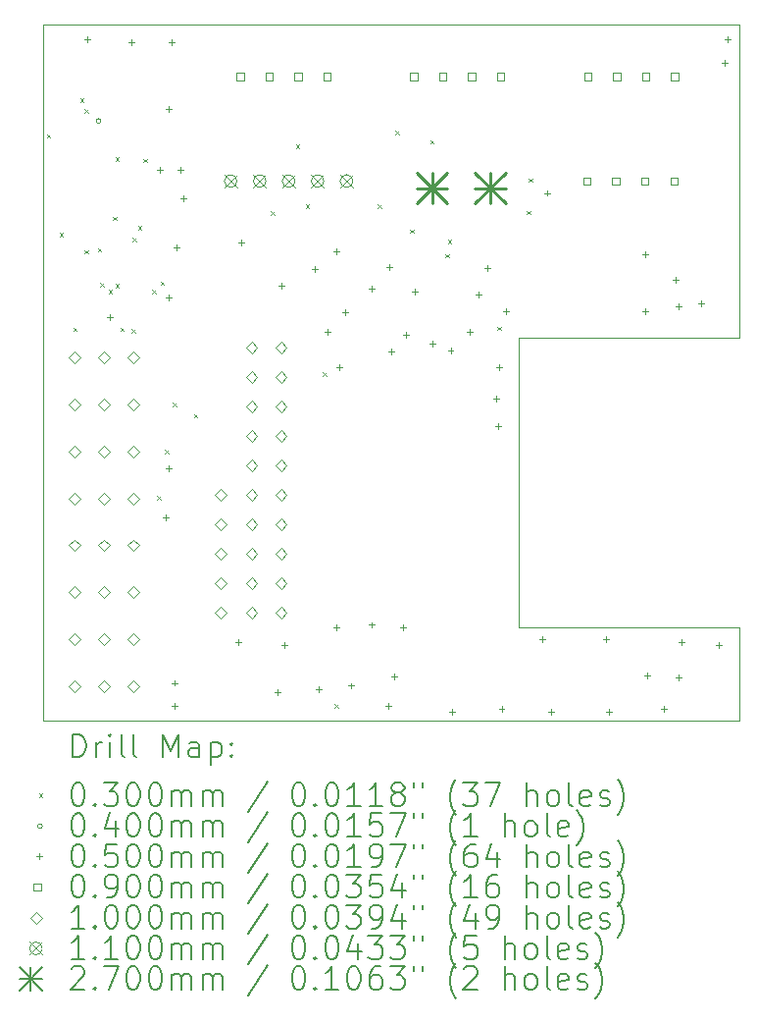
<source format=gbr>
%TF.GenerationSoftware,KiCad,Pcbnew,7.0.7*%
%TF.CreationDate,2023-11-07T21:11:49-05:00*%
%TF.ProjectId,attachmentBoard,61747461-6368-46d6-956e-74426f617264,rev?*%
%TF.SameCoordinates,Original*%
%TF.FileFunction,Drillmap*%
%TF.FilePolarity,Positive*%
%FSLAX45Y45*%
G04 Gerber Fmt 4.5, Leading zero omitted, Abs format (unit mm)*
G04 Created by KiCad (PCBNEW 7.0.7) date 2023-11-07 21:11:49*
%MOMM*%
%LPD*%
G01*
G04 APERTURE LIST*
%ADD10C,0.100000*%
%ADD11C,0.200000*%
%ADD12C,0.030000*%
%ADD13C,0.040000*%
%ADD14C,0.050000*%
%ADD15C,0.090000*%
%ADD16C,0.110000*%
%ADD17C,0.270000*%
G04 APERTURE END LIST*
D10*
X19500000Y-6200000D02*
X17600000Y-6200000D01*
X19500000Y-6200000D02*
X19500000Y-6200000D01*
X13490000Y-9500000D02*
X19500000Y-9500000D01*
X13490000Y-3500000D02*
X13490000Y-9500000D01*
X19500000Y-9500000D02*
X19500000Y-8700000D01*
X17600000Y-6200000D02*
X17600000Y-8700000D01*
X19500000Y-3500000D02*
X19500000Y-6200000D01*
X13490000Y-3500000D02*
X19500000Y-3500000D01*
X19500000Y-8700000D02*
X17600000Y-8700000D01*
D11*
D12*
X13525000Y-4445000D02*
X13555000Y-4475000D01*
X13555000Y-4445000D02*
X13525000Y-4475000D01*
X13635000Y-5295000D02*
X13665000Y-5325000D01*
X13665000Y-5295000D02*
X13635000Y-5325000D01*
X13752500Y-6112500D02*
X13782500Y-6142500D01*
X13782500Y-6112500D02*
X13752500Y-6142500D01*
X13810000Y-4135000D02*
X13840000Y-4165000D01*
X13840000Y-4135000D02*
X13810000Y-4165000D01*
X13850000Y-4230000D02*
X13880000Y-4260000D01*
X13880000Y-4230000D02*
X13850000Y-4260000D01*
X13850046Y-5443095D02*
X13880046Y-5473095D01*
X13880046Y-5443095D02*
X13850046Y-5473095D01*
X13965000Y-5425000D02*
X13995000Y-5455000D01*
X13995000Y-5425000D02*
X13965000Y-5455000D01*
X13985000Y-5725000D02*
X14015000Y-5755000D01*
X14015000Y-5725000D02*
X13985000Y-5755000D01*
X14055000Y-5785000D02*
X14085000Y-5815000D01*
X14085000Y-5785000D02*
X14055000Y-5815000D01*
X14095000Y-5155000D02*
X14125000Y-5185000D01*
X14125000Y-5155000D02*
X14095000Y-5185000D01*
X14116419Y-5733817D02*
X14146419Y-5763817D01*
X14146419Y-5733817D02*
X14116419Y-5763817D01*
X14117500Y-4642500D02*
X14147500Y-4672500D01*
X14147500Y-4642500D02*
X14117500Y-4672500D01*
X14160000Y-6110000D02*
X14190000Y-6140000D01*
X14190000Y-6110000D02*
X14160000Y-6140000D01*
X14255000Y-6125000D02*
X14285000Y-6155000D01*
X14285000Y-6125000D02*
X14255000Y-6155000D01*
X14265000Y-5335000D02*
X14295000Y-5365000D01*
X14295000Y-5335000D02*
X14265000Y-5365000D01*
X14310000Y-5235000D02*
X14340000Y-5265000D01*
X14340000Y-5235000D02*
X14310000Y-5265000D01*
X14355000Y-4655000D02*
X14385000Y-4685000D01*
X14385000Y-4655000D02*
X14355000Y-4685000D01*
X14435000Y-5785000D02*
X14465000Y-5815000D01*
X14465000Y-5785000D02*
X14435000Y-5815000D01*
X14475000Y-7565000D02*
X14505000Y-7595000D01*
X14505000Y-7565000D02*
X14475000Y-7595000D01*
X14505000Y-5715000D02*
X14535000Y-5745000D01*
X14535000Y-5715000D02*
X14505000Y-5745000D01*
X14544950Y-7165000D02*
X14574950Y-7195000D01*
X14574950Y-7165000D02*
X14544950Y-7195000D01*
X14609450Y-6759500D02*
X14639450Y-6789500D01*
X14639450Y-6759500D02*
X14609450Y-6789500D01*
X14795000Y-6855000D02*
X14825000Y-6885000D01*
X14825000Y-6855000D02*
X14795000Y-6885000D01*
X15460000Y-5110000D02*
X15490000Y-5140000D01*
X15490000Y-5110000D02*
X15460000Y-5140000D01*
X15675000Y-4535000D02*
X15705000Y-4565000D01*
X15705000Y-4535000D02*
X15675000Y-4565000D01*
X15757500Y-5047500D02*
X15787500Y-5077500D01*
X15787500Y-5047500D02*
X15757500Y-5077500D01*
X15905000Y-6495000D02*
X15935000Y-6525000D01*
X15935000Y-6495000D02*
X15905000Y-6525000D01*
X16010000Y-9360000D02*
X16040000Y-9390000D01*
X16040000Y-9360000D02*
X16010000Y-9390000D01*
X16382500Y-5047500D02*
X16412500Y-5077500D01*
X16412500Y-5047500D02*
X16382500Y-5077500D01*
X16535000Y-4415000D02*
X16565000Y-4445000D01*
X16565000Y-4415000D02*
X16535000Y-4445000D01*
X16660000Y-5265000D02*
X16690000Y-5295000D01*
X16690000Y-5265000D02*
X16660000Y-5295000D01*
X16835000Y-4495000D02*
X16865000Y-4525000D01*
X16865000Y-4495000D02*
X16835000Y-4525000D01*
X16965000Y-5475000D02*
X16995000Y-5505000D01*
X16995000Y-5475000D02*
X16965000Y-5505000D01*
X16985000Y-5355000D02*
X17015000Y-5385000D01*
X17015000Y-5355000D02*
X16985000Y-5385000D01*
X17415000Y-6105000D02*
X17445000Y-6135000D01*
X17445000Y-6105000D02*
X17415000Y-6135000D01*
X17667500Y-5102500D02*
X17697500Y-5132500D01*
X17697500Y-5102500D02*
X17667500Y-5132500D01*
X17685000Y-4825000D02*
X17715000Y-4855000D01*
X17715000Y-4825000D02*
X17685000Y-4855000D01*
D13*
X13990000Y-4330000D02*
G75*
G03*
X13990000Y-4330000I-20000J0D01*
G01*
D14*
X13875000Y-3600000D02*
X13875000Y-3650000D01*
X13850000Y-3625000D02*
X13900000Y-3625000D01*
X14070000Y-5995000D02*
X14070000Y-6045000D01*
X14045000Y-6020000D02*
X14095000Y-6020000D01*
X14250000Y-3625000D02*
X14250000Y-3675000D01*
X14225000Y-3650000D02*
X14275000Y-3650000D01*
X14500000Y-4725000D02*
X14500000Y-4775000D01*
X14475000Y-4750000D02*
X14525000Y-4750000D01*
X14550000Y-7725000D02*
X14550000Y-7775000D01*
X14525000Y-7750000D02*
X14575000Y-7750000D01*
X14575000Y-4200000D02*
X14575000Y-4250000D01*
X14550000Y-4225000D02*
X14600000Y-4225000D01*
X14575000Y-5825000D02*
X14575000Y-5875000D01*
X14550000Y-5850000D02*
X14600000Y-5850000D01*
X14575000Y-7300000D02*
X14575000Y-7350000D01*
X14550000Y-7325000D02*
X14600000Y-7325000D01*
X14600000Y-3625000D02*
X14600000Y-3675000D01*
X14575000Y-3650000D02*
X14625000Y-3650000D01*
X14625000Y-9150000D02*
X14625000Y-9200000D01*
X14600000Y-9175000D02*
X14650000Y-9175000D01*
X14625000Y-9350000D02*
X14625000Y-9400000D01*
X14600000Y-9375000D02*
X14650000Y-9375000D01*
X14640000Y-5395000D02*
X14640000Y-5445000D01*
X14615000Y-5420000D02*
X14665000Y-5420000D01*
X14675000Y-4725000D02*
X14675000Y-4775000D01*
X14650000Y-4750000D02*
X14700000Y-4750000D01*
X14700000Y-4975000D02*
X14700000Y-5025000D01*
X14675000Y-5000000D02*
X14725000Y-5000000D01*
X15175000Y-8800000D02*
X15175000Y-8850000D01*
X15150000Y-8825000D02*
X15200000Y-8825000D01*
X15200000Y-5350000D02*
X15200000Y-5400000D01*
X15175000Y-5375000D02*
X15225000Y-5375000D01*
X15514344Y-9228526D02*
X15514344Y-9278526D01*
X15489344Y-9253526D02*
X15539344Y-9253526D01*
X15550000Y-5725000D02*
X15550000Y-5775000D01*
X15525000Y-5750000D02*
X15575000Y-5750000D01*
X15575000Y-8825000D02*
X15575000Y-8875000D01*
X15550000Y-8850000D02*
X15600000Y-8850000D01*
X15838961Y-5584180D02*
X15838961Y-5634180D01*
X15813961Y-5609180D02*
X15863961Y-5609180D01*
X15870656Y-9202707D02*
X15870656Y-9252707D01*
X15845656Y-9227707D02*
X15895656Y-9227707D01*
X15950000Y-6125000D02*
X15950000Y-6175000D01*
X15925000Y-6150000D02*
X15975000Y-6150000D01*
X16025000Y-5425000D02*
X16025000Y-5475000D01*
X16000000Y-5450000D02*
X16050000Y-5450000D01*
X16025000Y-8675000D02*
X16025000Y-8725000D01*
X16000000Y-8700000D02*
X16050000Y-8700000D01*
X16050000Y-6425000D02*
X16050000Y-6475000D01*
X16025000Y-6450000D02*
X16075000Y-6450000D01*
X16100000Y-5950000D02*
X16100000Y-6000000D01*
X16075000Y-5975000D02*
X16125000Y-5975000D01*
X16150000Y-9175000D02*
X16150000Y-9225000D01*
X16125000Y-9200000D02*
X16175000Y-9200000D01*
X16325000Y-5750000D02*
X16325000Y-5800000D01*
X16300000Y-5775000D02*
X16350000Y-5775000D01*
X16325000Y-8650000D02*
X16325000Y-8700000D01*
X16300000Y-8675000D02*
X16350000Y-8675000D01*
X16475000Y-9350000D02*
X16475000Y-9400000D01*
X16450000Y-9375000D02*
X16500000Y-9375000D01*
X16480055Y-5565820D02*
X16480055Y-5615820D01*
X16455055Y-5590820D02*
X16505055Y-5590820D01*
X16500000Y-6295000D02*
X16500000Y-6345000D01*
X16475000Y-6320000D02*
X16525000Y-6320000D01*
X16520000Y-9095000D02*
X16520000Y-9145000D01*
X16495000Y-9120000D02*
X16545000Y-9120000D01*
X16600000Y-8675000D02*
X16600000Y-8725000D01*
X16575000Y-8700000D02*
X16625000Y-8700000D01*
X16625000Y-6150000D02*
X16625000Y-6200000D01*
X16600000Y-6175000D02*
X16650000Y-6175000D01*
X16700000Y-5775000D02*
X16700000Y-5825000D01*
X16675000Y-5800000D02*
X16725000Y-5800000D01*
X16850000Y-6225000D02*
X16850000Y-6275000D01*
X16825000Y-6250000D02*
X16875000Y-6250000D01*
X17010000Y-6285000D02*
X17010000Y-6335000D01*
X16985000Y-6310000D02*
X17035000Y-6310000D01*
X17025000Y-9400000D02*
X17025000Y-9450000D01*
X17000000Y-9425000D02*
X17050000Y-9425000D01*
X17175000Y-6125000D02*
X17175000Y-6175000D01*
X17150000Y-6150000D02*
X17200000Y-6150000D01*
X17250000Y-5800000D02*
X17250000Y-5850000D01*
X17225000Y-5825000D02*
X17275000Y-5825000D01*
X17325000Y-5575000D02*
X17325000Y-5625000D01*
X17300000Y-5600000D02*
X17350000Y-5600000D01*
X17400000Y-6700000D02*
X17400000Y-6750000D01*
X17375000Y-6725000D02*
X17425000Y-6725000D01*
X17420000Y-6935000D02*
X17420000Y-6985000D01*
X17395000Y-6960000D02*
X17445000Y-6960000D01*
X17425000Y-6425000D02*
X17425000Y-6475000D01*
X17400000Y-6450000D02*
X17450000Y-6450000D01*
X17450000Y-9375000D02*
X17450000Y-9425000D01*
X17425000Y-9400000D02*
X17475000Y-9400000D01*
X17490000Y-5945000D02*
X17490000Y-5995000D01*
X17465000Y-5970000D02*
X17515000Y-5970000D01*
X17800000Y-8775000D02*
X17800000Y-8825000D01*
X17775000Y-8800000D02*
X17825000Y-8800000D01*
X17840000Y-4925000D02*
X17840000Y-4975000D01*
X17815000Y-4950000D02*
X17865000Y-4950000D01*
X17875000Y-9400000D02*
X17875000Y-9450000D01*
X17850000Y-9425000D02*
X17900000Y-9425000D01*
X18350000Y-8775000D02*
X18350000Y-8825000D01*
X18325000Y-8800000D02*
X18375000Y-8800000D01*
X18375000Y-9400000D02*
X18375000Y-9450000D01*
X18350000Y-9425000D02*
X18400000Y-9425000D01*
X18690000Y-5455000D02*
X18690000Y-5505000D01*
X18665000Y-5480000D02*
X18715000Y-5480000D01*
X18690000Y-5945000D02*
X18690000Y-5995000D01*
X18665000Y-5970000D02*
X18715000Y-5970000D01*
X18710000Y-9085000D02*
X18710000Y-9135000D01*
X18685000Y-9110000D02*
X18735000Y-9110000D01*
X18850000Y-9375000D02*
X18850000Y-9425000D01*
X18825000Y-9400000D02*
X18875000Y-9400000D01*
X18950000Y-5675000D02*
X18950000Y-5725000D01*
X18925000Y-5700000D02*
X18975000Y-5700000D01*
X18975000Y-5900000D02*
X18975000Y-5950000D01*
X18950000Y-5925000D02*
X19000000Y-5925000D01*
X18975000Y-9100000D02*
X18975000Y-9150000D01*
X18950000Y-9125000D02*
X19000000Y-9125000D01*
X19000000Y-8800000D02*
X19000000Y-8850000D01*
X18975000Y-8825000D02*
X19025000Y-8825000D01*
X19175000Y-5875000D02*
X19175000Y-5925000D01*
X19150000Y-5900000D02*
X19200000Y-5900000D01*
X19325000Y-8825000D02*
X19325000Y-8875000D01*
X19300000Y-8850000D02*
X19350000Y-8850000D01*
X19375000Y-3800000D02*
X19375000Y-3850000D01*
X19350000Y-3825000D02*
X19400000Y-3825000D01*
X19400000Y-3600000D02*
X19400000Y-3650000D01*
X19375000Y-3625000D02*
X19425000Y-3625000D01*
D15*
X15224820Y-3978820D02*
X15224820Y-3915180D01*
X15161180Y-3915180D01*
X15161180Y-3978820D01*
X15224820Y-3978820D01*
X15474820Y-3978820D02*
X15474820Y-3915180D01*
X15411180Y-3915180D01*
X15411180Y-3978820D01*
X15474820Y-3978820D01*
X15724820Y-3978820D02*
X15724820Y-3915180D01*
X15661180Y-3915180D01*
X15661180Y-3978820D01*
X15724820Y-3978820D01*
X15974820Y-3978820D02*
X15974820Y-3915180D01*
X15911180Y-3915180D01*
X15911180Y-3978820D01*
X15974820Y-3978820D01*
X16724820Y-3978820D02*
X16724820Y-3915180D01*
X16661180Y-3915180D01*
X16661180Y-3978820D01*
X16724820Y-3978820D01*
X16974820Y-3978820D02*
X16974820Y-3915180D01*
X16911180Y-3915180D01*
X16911180Y-3978820D01*
X16974820Y-3978820D01*
X17224820Y-3978820D02*
X17224820Y-3915180D01*
X17161180Y-3915180D01*
X17161180Y-3978820D01*
X17224820Y-3978820D01*
X17474820Y-3978820D02*
X17474820Y-3915180D01*
X17411180Y-3915180D01*
X17411180Y-3978820D01*
X17474820Y-3978820D01*
X18219820Y-4879820D02*
X18219820Y-4816180D01*
X18156180Y-4816180D01*
X18156180Y-4879820D01*
X18219820Y-4879820D01*
X18224820Y-3978820D02*
X18224820Y-3915180D01*
X18161180Y-3915180D01*
X18161180Y-3978820D01*
X18224820Y-3978820D01*
X18469820Y-4879820D02*
X18469820Y-4816180D01*
X18406180Y-4816180D01*
X18406180Y-4879820D01*
X18469820Y-4879820D01*
X18474820Y-3978820D02*
X18474820Y-3915180D01*
X18411180Y-3915180D01*
X18411180Y-3978820D01*
X18474820Y-3978820D01*
X18719820Y-4879820D02*
X18719820Y-4816180D01*
X18656180Y-4816180D01*
X18656180Y-4879820D01*
X18719820Y-4879820D01*
X18724820Y-3978820D02*
X18724820Y-3915180D01*
X18661180Y-3915180D01*
X18661180Y-3978820D01*
X18724820Y-3978820D01*
X18969820Y-4879820D02*
X18969820Y-4816180D01*
X18906180Y-4816180D01*
X18906180Y-4879820D01*
X18969820Y-4879820D01*
X18974820Y-3978820D02*
X18974820Y-3915180D01*
X18911180Y-3915180D01*
X18911180Y-3978820D01*
X18974820Y-3978820D01*
D10*
X13762500Y-6419500D02*
X13812500Y-6369500D01*
X13762500Y-6319500D01*
X13712500Y-6369500D01*
X13762500Y-6419500D01*
X13762500Y-6824500D02*
X13812500Y-6774500D01*
X13762500Y-6724500D01*
X13712500Y-6774500D01*
X13762500Y-6824500D01*
X13762500Y-7229500D02*
X13812500Y-7179500D01*
X13762500Y-7129500D01*
X13712500Y-7179500D01*
X13762500Y-7229500D01*
X13762500Y-7634500D02*
X13812500Y-7584500D01*
X13762500Y-7534500D01*
X13712500Y-7584500D01*
X13762500Y-7634500D01*
X13762500Y-8039500D02*
X13812500Y-7989500D01*
X13762500Y-7939500D01*
X13712500Y-7989500D01*
X13762500Y-8039500D01*
X13762500Y-8444500D02*
X13812500Y-8394500D01*
X13762500Y-8344500D01*
X13712500Y-8394500D01*
X13762500Y-8444500D01*
X13762500Y-8849500D02*
X13812500Y-8799500D01*
X13762500Y-8749500D01*
X13712500Y-8799500D01*
X13762500Y-8849500D01*
X13762500Y-9254500D02*
X13812500Y-9204500D01*
X13762500Y-9154500D01*
X13712500Y-9204500D01*
X13762500Y-9254500D01*
X14016500Y-6419500D02*
X14066500Y-6369500D01*
X14016500Y-6319500D01*
X13966500Y-6369500D01*
X14016500Y-6419500D01*
X14016500Y-6824500D02*
X14066500Y-6774500D01*
X14016500Y-6724500D01*
X13966500Y-6774500D01*
X14016500Y-6824500D01*
X14016500Y-7229500D02*
X14066500Y-7179500D01*
X14016500Y-7129500D01*
X13966500Y-7179500D01*
X14016500Y-7229500D01*
X14016500Y-7634500D02*
X14066500Y-7584500D01*
X14016500Y-7534500D01*
X13966500Y-7584500D01*
X14016500Y-7634500D01*
X14016500Y-8039500D02*
X14066500Y-7989500D01*
X14016500Y-7939500D01*
X13966500Y-7989500D01*
X14016500Y-8039500D01*
X14016500Y-8444500D02*
X14066500Y-8394500D01*
X14016500Y-8344500D01*
X13966500Y-8394500D01*
X14016500Y-8444500D01*
X14016500Y-8849500D02*
X14066500Y-8799500D01*
X14016500Y-8749500D01*
X13966500Y-8799500D01*
X14016500Y-8849500D01*
X14016500Y-9254500D02*
X14066500Y-9204500D01*
X14016500Y-9154500D01*
X13966500Y-9204500D01*
X14016500Y-9254500D01*
X14270500Y-6419500D02*
X14320500Y-6369500D01*
X14270500Y-6319500D01*
X14220500Y-6369500D01*
X14270500Y-6419500D01*
X14270500Y-6824500D02*
X14320500Y-6774500D01*
X14270500Y-6724500D01*
X14220500Y-6774500D01*
X14270500Y-6824500D01*
X14270500Y-7229500D02*
X14320500Y-7179500D01*
X14270500Y-7129500D01*
X14220500Y-7179500D01*
X14270500Y-7229500D01*
X14270500Y-7634500D02*
X14320500Y-7584500D01*
X14270500Y-7534500D01*
X14220500Y-7584500D01*
X14270500Y-7634500D01*
X14270500Y-8039500D02*
X14320500Y-7989500D01*
X14270500Y-7939500D01*
X14220500Y-7989500D01*
X14270500Y-8039500D01*
X14270500Y-8444500D02*
X14320500Y-8394500D01*
X14270500Y-8344500D01*
X14220500Y-8394500D01*
X14270500Y-8444500D01*
X14270500Y-8849500D02*
X14320500Y-8799500D01*
X14270500Y-8749500D01*
X14220500Y-8799500D01*
X14270500Y-8849500D01*
X14270500Y-9254500D02*
X14320500Y-9204500D01*
X14270500Y-9154500D01*
X14220500Y-9204500D01*
X14270500Y-9254500D01*
X15027000Y-7605000D02*
X15077000Y-7555000D01*
X15027000Y-7505000D01*
X14977000Y-7555000D01*
X15027000Y-7605000D01*
X15027000Y-7859000D02*
X15077000Y-7809000D01*
X15027000Y-7759000D01*
X14977000Y-7809000D01*
X15027000Y-7859000D01*
X15027000Y-8113000D02*
X15077000Y-8063000D01*
X15027000Y-8013000D01*
X14977000Y-8063000D01*
X15027000Y-8113000D01*
X15027000Y-8367000D02*
X15077000Y-8317000D01*
X15027000Y-8267000D01*
X14977000Y-8317000D01*
X15027000Y-8367000D01*
X15027000Y-8621000D02*
X15077000Y-8571000D01*
X15027000Y-8521000D01*
X14977000Y-8571000D01*
X15027000Y-8621000D01*
X15291000Y-6335000D02*
X15341000Y-6285000D01*
X15291000Y-6235000D01*
X15241000Y-6285000D01*
X15291000Y-6335000D01*
X15291000Y-6589000D02*
X15341000Y-6539000D01*
X15291000Y-6489000D01*
X15241000Y-6539000D01*
X15291000Y-6589000D01*
X15291000Y-6843000D02*
X15341000Y-6793000D01*
X15291000Y-6743000D01*
X15241000Y-6793000D01*
X15291000Y-6843000D01*
X15291000Y-7097000D02*
X15341000Y-7047000D01*
X15291000Y-6997000D01*
X15241000Y-7047000D01*
X15291000Y-7097000D01*
X15291000Y-7351000D02*
X15341000Y-7301000D01*
X15291000Y-7251000D01*
X15241000Y-7301000D01*
X15291000Y-7351000D01*
X15291000Y-7605000D02*
X15341000Y-7555000D01*
X15291000Y-7505000D01*
X15241000Y-7555000D01*
X15291000Y-7605000D01*
X15291000Y-7859000D02*
X15341000Y-7809000D01*
X15291000Y-7759000D01*
X15241000Y-7809000D01*
X15291000Y-7859000D01*
X15291000Y-8113000D02*
X15341000Y-8063000D01*
X15291000Y-8013000D01*
X15241000Y-8063000D01*
X15291000Y-8113000D01*
X15291000Y-8367000D02*
X15341000Y-8317000D01*
X15291000Y-8267000D01*
X15241000Y-8317000D01*
X15291000Y-8367000D01*
X15291000Y-8621000D02*
X15341000Y-8571000D01*
X15291000Y-8521000D01*
X15241000Y-8571000D01*
X15291000Y-8621000D01*
X15545000Y-6335000D02*
X15595000Y-6285000D01*
X15545000Y-6235000D01*
X15495000Y-6285000D01*
X15545000Y-6335000D01*
X15545000Y-6589000D02*
X15595000Y-6539000D01*
X15545000Y-6489000D01*
X15495000Y-6539000D01*
X15545000Y-6589000D01*
X15545000Y-6843000D02*
X15595000Y-6793000D01*
X15545000Y-6743000D01*
X15495000Y-6793000D01*
X15545000Y-6843000D01*
X15545000Y-7097000D02*
X15595000Y-7047000D01*
X15545000Y-6997000D01*
X15495000Y-7047000D01*
X15545000Y-7097000D01*
X15545000Y-7351000D02*
X15595000Y-7301000D01*
X15545000Y-7251000D01*
X15495000Y-7301000D01*
X15545000Y-7351000D01*
X15545000Y-7605000D02*
X15595000Y-7555000D01*
X15545000Y-7505000D01*
X15495000Y-7555000D01*
X15545000Y-7605000D01*
X15545000Y-7859000D02*
X15595000Y-7809000D01*
X15545000Y-7759000D01*
X15495000Y-7809000D01*
X15545000Y-7859000D01*
X15545000Y-8113000D02*
X15595000Y-8063000D01*
X15545000Y-8013000D01*
X15495000Y-8063000D01*
X15545000Y-8113000D01*
X15545000Y-8367000D02*
X15595000Y-8317000D01*
X15545000Y-8267000D01*
X15495000Y-8317000D01*
X15545000Y-8367000D01*
X15545000Y-8621000D02*
X15595000Y-8571000D01*
X15545000Y-8521000D01*
X15495000Y-8571000D01*
X15545000Y-8621000D01*
D16*
X15056500Y-4793000D02*
X15166500Y-4903000D01*
X15166500Y-4793000D02*
X15056500Y-4903000D01*
X15166500Y-4848000D02*
G75*
G03*
X15166500Y-4848000I-55000J0D01*
G01*
X15306500Y-4793000D02*
X15416500Y-4903000D01*
X15416500Y-4793000D02*
X15306500Y-4903000D01*
X15416500Y-4848000D02*
G75*
G03*
X15416500Y-4848000I-55000J0D01*
G01*
X15556500Y-4793000D02*
X15666500Y-4903000D01*
X15666500Y-4793000D02*
X15556500Y-4903000D01*
X15666500Y-4848000D02*
G75*
G03*
X15666500Y-4848000I-55000J0D01*
G01*
X15806500Y-4793000D02*
X15916500Y-4903000D01*
X15916500Y-4793000D02*
X15806500Y-4903000D01*
X15916500Y-4848000D02*
G75*
G03*
X15916500Y-4848000I-55000J0D01*
G01*
X16056500Y-4793000D02*
X16166500Y-4903000D01*
X16166500Y-4793000D02*
X16056500Y-4903000D01*
X16166500Y-4848000D02*
G75*
G03*
X16166500Y-4848000I-55000J0D01*
G01*
D17*
X16714000Y-4773000D02*
X16984000Y-5043000D01*
X16984000Y-4773000D02*
X16714000Y-5043000D01*
X16849000Y-4773000D02*
X16849000Y-5043000D01*
X16714000Y-4908000D02*
X16984000Y-4908000D01*
X17214000Y-4773000D02*
X17484000Y-5043000D01*
X17484000Y-4773000D02*
X17214000Y-5043000D01*
X17349000Y-4773000D02*
X17349000Y-5043000D01*
X17214000Y-4908000D02*
X17484000Y-4908000D01*
D11*
X13745777Y-9816484D02*
X13745777Y-9616484D01*
X13745777Y-9616484D02*
X13793396Y-9616484D01*
X13793396Y-9616484D02*
X13821967Y-9626008D01*
X13821967Y-9626008D02*
X13841015Y-9645055D01*
X13841015Y-9645055D02*
X13850539Y-9664103D01*
X13850539Y-9664103D02*
X13860062Y-9702198D01*
X13860062Y-9702198D02*
X13860062Y-9730770D01*
X13860062Y-9730770D02*
X13850539Y-9768865D01*
X13850539Y-9768865D02*
X13841015Y-9787912D01*
X13841015Y-9787912D02*
X13821967Y-9806960D01*
X13821967Y-9806960D02*
X13793396Y-9816484D01*
X13793396Y-9816484D02*
X13745777Y-9816484D01*
X13945777Y-9816484D02*
X13945777Y-9683150D01*
X13945777Y-9721246D02*
X13955301Y-9702198D01*
X13955301Y-9702198D02*
X13964824Y-9692674D01*
X13964824Y-9692674D02*
X13983872Y-9683150D01*
X13983872Y-9683150D02*
X14002920Y-9683150D01*
X14069586Y-9816484D02*
X14069586Y-9683150D01*
X14069586Y-9616484D02*
X14060062Y-9626008D01*
X14060062Y-9626008D02*
X14069586Y-9635531D01*
X14069586Y-9635531D02*
X14079110Y-9626008D01*
X14079110Y-9626008D02*
X14069586Y-9616484D01*
X14069586Y-9616484D02*
X14069586Y-9635531D01*
X14193396Y-9816484D02*
X14174348Y-9806960D01*
X14174348Y-9806960D02*
X14164824Y-9787912D01*
X14164824Y-9787912D02*
X14164824Y-9616484D01*
X14298158Y-9816484D02*
X14279110Y-9806960D01*
X14279110Y-9806960D02*
X14269586Y-9787912D01*
X14269586Y-9787912D02*
X14269586Y-9616484D01*
X14526729Y-9816484D02*
X14526729Y-9616484D01*
X14526729Y-9616484D02*
X14593396Y-9759341D01*
X14593396Y-9759341D02*
X14660062Y-9616484D01*
X14660062Y-9616484D02*
X14660062Y-9816484D01*
X14841015Y-9816484D02*
X14841015Y-9711722D01*
X14841015Y-9711722D02*
X14831491Y-9692674D01*
X14831491Y-9692674D02*
X14812443Y-9683150D01*
X14812443Y-9683150D02*
X14774348Y-9683150D01*
X14774348Y-9683150D02*
X14755301Y-9692674D01*
X14841015Y-9806960D02*
X14821967Y-9816484D01*
X14821967Y-9816484D02*
X14774348Y-9816484D01*
X14774348Y-9816484D02*
X14755301Y-9806960D01*
X14755301Y-9806960D02*
X14745777Y-9787912D01*
X14745777Y-9787912D02*
X14745777Y-9768865D01*
X14745777Y-9768865D02*
X14755301Y-9749817D01*
X14755301Y-9749817D02*
X14774348Y-9740293D01*
X14774348Y-9740293D02*
X14821967Y-9740293D01*
X14821967Y-9740293D02*
X14841015Y-9730770D01*
X14936253Y-9683150D02*
X14936253Y-9883150D01*
X14936253Y-9692674D02*
X14955301Y-9683150D01*
X14955301Y-9683150D02*
X14993396Y-9683150D01*
X14993396Y-9683150D02*
X15012443Y-9692674D01*
X15012443Y-9692674D02*
X15021967Y-9702198D01*
X15021967Y-9702198D02*
X15031491Y-9721246D01*
X15031491Y-9721246D02*
X15031491Y-9778389D01*
X15031491Y-9778389D02*
X15021967Y-9797436D01*
X15021967Y-9797436D02*
X15012443Y-9806960D01*
X15012443Y-9806960D02*
X14993396Y-9816484D01*
X14993396Y-9816484D02*
X14955301Y-9816484D01*
X14955301Y-9816484D02*
X14936253Y-9806960D01*
X15117205Y-9797436D02*
X15126729Y-9806960D01*
X15126729Y-9806960D02*
X15117205Y-9816484D01*
X15117205Y-9816484D02*
X15107682Y-9806960D01*
X15107682Y-9806960D02*
X15117205Y-9797436D01*
X15117205Y-9797436D02*
X15117205Y-9816484D01*
X15117205Y-9692674D02*
X15126729Y-9702198D01*
X15126729Y-9702198D02*
X15117205Y-9711722D01*
X15117205Y-9711722D02*
X15107682Y-9702198D01*
X15107682Y-9702198D02*
X15117205Y-9692674D01*
X15117205Y-9692674D02*
X15117205Y-9711722D01*
D12*
X13455000Y-10130000D02*
X13485000Y-10160000D01*
X13485000Y-10130000D02*
X13455000Y-10160000D01*
D11*
X13783872Y-10036484D02*
X13802920Y-10036484D01*
X13802920Y-10036484D02*
X13821967Y-10046008D01*
X13821967Y-10046008D02*
X13831491Y-10055531D01*
X13831491Y-10055531D02*
X13841015Y-10074579D01*
X13841015Y-10074579D02*
X13850539Y-10112674D01*
X13850539Y-10112674D02*
X13850539Y-10160293D01*
X13850539Y-10160293D02*
X13841015Y-10198389D01*
X13841015Y-10198389D02*
X13831491Y-10217436D01*
X13831491Y-10217436D02*
X13821967Y-10226960D01*
X13821967Y-10226960D02*
X13802920Y-10236484D01*
X13802920Y-10236484D02*
X13783872Y-10236484D01*
X13783872Y-10236484D02*
X13764824Y-10226960D01*
X13764824Y-10226960D02*
X13755301Y-10217436D01*
X13755301Y-10217436D02*
X13745777Y-10198389D01*
X13745777Y-10198389D02*
X13736253Y-10160293D01*
X13736253Y-10160293D02*
X13736253Y-10112674D01*
X13736253Y-10112674D02*
X13745777Y-10074579D01*
X13745777Y-10074579D02*
X13755301Y-10055531D01*
X13755301Y-10055531D02*
X13764824Y-10046008D01*
X13764824Y-10046008D02*
X13783872Y-10036484D01*
X13936253Y-10217436D02*
X13945777Y-10226960D01*
X13945777Y-10226960D02*
X13936253Y-10236484D01*
X13936253Y-10236484D02*
X13926729Y-10226960D01*
X13926729Y-10226960D02*
X13936253Y-10217436D01*
X13936253Y-10217436D02*
X13936253Y-10236484D01*
X14012443Y-10036484D02*
X14136253Y-10036484D01*
X14136253Y-10036484D02*
X14069586Y-10112674D01*
X14069586Y-10112674D02*
X14098158Y-10112674D01*
X14098158Y-10112674D02*
X14117205Y-10122198D01*
X14117205Y-10122198D02*
X14126729Y-10131722D01*
X14126729Y-10131722D02*
X14136253Y-10150770D01*
X14136253Y-10150770D02*
X14136253Y-10198389D01*
X14136253Y-10198389D02*
X14126729Y-10217436D01*
X14126729Y-10217436D02*
X14117205Y-10226960D01*
X14117205Y-10226960D02*
X14098158Y-10236484D01*
X14098158Y-10236484D02*
X14041015Y-10236484D01*
X14041015Y-10236484D02*
X14021967Y-10226960D01*
X14021967Y-10226960D02*
X14012443Y-10217436D01*
X14260062Y-10036484D02*
X14279110Y-10036484D01*
X14279110Y-10036484D02*
X14298158Y-10046008D01*
X14298158Y-10046008D02*
X14307682Y-10055531D01*
X14307682Y-10055531D02*
X14317205Y-10074579D01*
X14317205Y-10074579D02*
X14326729Y-10112674D01*
X14326729Y-10112674D02*
X14326729Y-10160293D01*
X14326729Y-10160293D02*
X14317205Y-10198389D01*
X14317205Y-10198389D02*
X14307682Y-10217436D01*
X14307682Y-10217436D02*
X14298158Y-10226960D01*
X14298158Y-10226960D02*
X14279110Y-10236484D01*
X14279110Y-10236484D02*
X14260062Y-10236484D01*
X14260062Y-10236484D02*
X14241015Y-10226960D01*
X14241015Y-10226960D02*
X14231491Y-10217436D01*
X14231491Y-10217436D02*
X14221967Y-10198389D01*
X14221967Y-10198389D02*
X14212443Y-10160293D01*
X14212443Y-10160293D02*
X14212443Y-10112674D01*
X14212443Y-10112674D02*
X14221967Y-10074579D01*
X14221967Y-10074579D02*
X14231491Y-10055531D01*
X14231491Y-10055531D02*
X14241015Y-10046008D01*
X14241015Y-10046008D02*
X14260062Y-10036484D01*
X14450539Y-10036484D02*
X14469586Y-10036484D01*
X14469586Y-10036484D02*
X14488634Y-10046008D01*
X14488634Y-10046008D02*
X14498158Y-10055531D01*
X14498158Y-10055531D02*
X14507682Y-10074579D01*
X14507682Y-10074579D02*
X14517205Y-10112674D01*
X14517205Y-10112674D02*
X14517205Y-10160293D01*
X14517205Y-10160293D02*
X14507682Y-10198389D01*
X14507682Y-10198389D02*
X14498158Y-10217436D01*
X14498158Y-10217436D02*
X14488634Y-10226960D01*
X14488634Y-10226960D02*
X14469586Y-10236484D01*
X14469586Y-10236484D02*
X14450539Y-10236484D01*
X14450539Y-10236484D02*
X14431491Y-10226960D01*
X14431491Y-10226960D02*
X14421967Y-10217436D01*
X14421967Y-10217436D02*
X14412443Y-10198389D01*
X14412443Y-10198389D02*
X14402920Y-10160293D01*
X14402920Y-10160293D02*
X14402920Y-10112674D01*
X14402920Y-10112674D02*
X14412443Y-10074579D01*
X14412443Y-10074579D02*
X14421967Y-10055531D01*
X14421967Y-10055531D02*
X14431491Y-10046008D01*
X14431491Y-10046008D02*
X14450539Y-10036484D01*
X14602920Y-10236484D02*
X14602920Y-10103150D01*
X14602920Y-10122198D02*
X14612443Y-10112674D01*
X14612443Y-10112674D02*
X14631491Y-10103150D01*
X14631491Y-10103150D02*
X14660063Y-10103150D01*
X14660063Y-10103150D02*
X14679110Y-10112674D01*
X14679110Y-10112674D02*
X14688634Y-10131722D01*
X14688634Y-10131722D02*
X14688634Y-10236484D01*
X14688634Y-10131722D02*
X14698158Y-10112674D01*
X14698158Y-10112674D02*
X14717205Y-10103150D01*
X14717205Y-10103150D02*
X14745777Y-10103150D01*
X14745777Y-10103150D02*
X14764824Y-10112674D01*
X14764824Y-10112674D02*
X14774348Y-10131722D01*
X14774348Y-10131722D02*
X14774348Y-10236484D01*
X14869586Y-10236484D02*
X14869586Y-10103150D01*
X14869586Y-10122198D02*
X14879110Y-10112674D01*
X14879110Y-10112674D02*
X14898158Y-10103150D01*
X14898158Y-10103150D02*
X14926729Y-10103150D01*
X14926729Y-10103150D02*
X14945777Y-10112674D01*
X14945777Y-10112674D02*
X14955301Y-10131722D01*
X14955301Y-10131722D02*
X14955301Y-10236484D01*
X14955301Y-10131722D02*
X14964824Y-10112674D01*
X14964824Y-10112674D02*
X14983872Y-10103150D01*
X14983872Y-10103150D02*
X15012443Y-10103150D01*
X15012443Y-10103150D02*
X15031491Y-10112674D01*
X15031491Y-10112674D02*
X15041015Y-10131722D01*
X15041015Y-10131722D02*
X15041015Y-10236484D01*
X15431491Y-10026960D02*
X15260063Y-10284103D01*
X15688634Y-10036484D02*
X15707682Y-10036484D01*
X15707682Y-10036484D02*
X15726729Y-10046008D01*
X15726729Y-10046008D02*
X15736253Y-10055531D01*
X15736253Y-10055531D02*
X15745777Y-10074579D01*
X15745777Y-10074579D02*
X15755301Y-10112674D01*
X15755301Y-10112674D02*
X15755301Y-10160293D01*
X15755301Y-10160293D02*
X15745777Y-10198389D01*
X15745777Y-10198389D02*
X15736253Y-10217436D01*
X15736253Y-10217436D02*
X15726729Y-10226960D01*
X15726729Y-10226960D02*
X15707682Y-10236484D01*
X15707682Y-10236484D02*
X15688634Y-10236484D01*
X15688634Y-10236484D02*
X15669586Y-10226960D01*
X15669586Y-10226960D02*
X15660063Y-10217436D01*
X15660063Y-10217436D02*
X15650539Y-10198389D01*
X15650539Y-10198389D02*
X15641015Y-10160293D01*
X15641015Y-10160293D02*
X15641015Y-10112674D01*
X15641015Y-10112674D02*
X15650539Y-10074579D01*
X15650539Y-10074579D02*
X15660063Y-10055531D01*
X15660063Y-10055531D02*
X15669586Y-10046008D01*
X15669586Y-10046008D02*
X15688634Y-10036484D01*
X15841015Y-10217436D02*
X15850539Y-10226960D01*
X15850539Y-10226960D02*
X15841015Y-10236484D01*
X15841015Y-10236484D02*
X15831491Y-10226960D01*
X15831491Y-10226960D02*
X15841015Y-10217436D01*
X15841015Y-10217436D02*
X15841015Y-10236484D01*
X15974348Y-10036484D02*
X15993396Y-10036484D01*
X15993396Y-10036484D02*
X16012444Y-10046008D01*
X16012444Y-10046008D02*
X16021967Y-10055531D01*
X16021967Y-10055531D02*
X16031491Y-10074579D01*
X16031491Y-10074579D02*
X16041015Y-10112674D01*
X16041015Y-10112674D02*
X16041015Y-10160293D01*
X16041015Y-10160293D02*
X16031491Y-10198389D01*
X16031491Y-10198389D02*
X16021967Y-10217436D01*
X16021967Y-10217436D02*
X16012444Y-10226960D01*
X16012444Y-10226960D02*
X15993396Y-10236484D01*
X15993396Y-10236484D02*
X15974348Y-10236484D01*
X15974348Y-10236484D02*
X15955301Y-10226960D01*
X15955301Y-10226960D02*
X15945777Y-10217436D01*
X15945777Y-10217436D02*
X15936253Y-10198389D01*
X15936253Y-10198389D02*
X15926729Y-10160293D01*
X15926729Y-10160293D02*
X15926729Y-10112674D01*
X15926729Y-10112674D02*
X15936253Y-10074579D01*
X15936253Y-10074579D02*
X15945777Y-10055531D01*
X15945777Y-10055531D02*
X15955301Y-10046008D01*
X15955301Y-10046008D02*
X15974348Y-10036484D01*
X16231491Y-10236484D02*
X16117206Y-10236484D01*
X16174348Y-10236484D02*
X16174348Y-10036484D01*
X16174348Y-10036484D02*
X16155301Y-10065055D01*
X16155301Y-10065055D02*
X16136253Y-10084103D01*
X16136253Y-10084103D02*
X16117206Y-10093627D01*
X16421967Y-10236484D02*
X16307682Y-10236484D01*
X16364825Y-10236484D02*
X16364825Y-10036484D01*
X16364825Y-10036484D02*
X16345777Y-10065055D01*
X16345777Y-10065055D02*
X16326729Y-10084103D01*
X16326729Y-10084103D02*
X16307682Y-10093627D01*
X16536253Y-10122198D02*
X16517206Y-10112674D01*
X16517206Y-10112674D02*
X16507682Y-10103150D01*
X16507682Y-10103150D02*
X16498158Y-10084103D01*
X16498158Y-10084103D02*
X16498158Y-10074579D01*
X16498158Y-10074579D02*
X16507682Y-10055531D01*
X16507682Y-10055531D02*
X16517206Y-10046008D01*
X16517206Y-10046008D02*
X16536253Y-10036484D01*
X16536253Y-10036484D02*
X16574348Y-10036484D01*
X16574348Y-10036484D02*
X16593396Y-10046008D01*
X16593396Y-10046008D02*
X16602920Y-10055531D01*
X16602920Y-10055531D02*
X16612444Y-10074579D01*
X16612444Y-10074579D02*
X16612444Y-10084103D01*
X16612444Y-10084103D02*
X16602920Y-10103150D01*
X16602920Y-10103150D02*
X16593396Y-10112674D01*
X16593396Y-10112674D02*
X16574348Y-10122198D01*
X16574348Y-10122198D02*
X16536253Y-10122198D01*
X16536253Y-10122198D02*
X16517206Y-10131722D01*
X16517206Y-10131722D02*
X16507682Y-10141246D01*
X16507682Y-10141246D02*
X16498158Y-10160293D01*
X16498158Y-10160293D02*
X16498158Y-10198389D01*
X16498158Y-10198389D02*
X16507682Y-10217436D01*
X16507682Y-10217436D02*
X16517206Y-10226960D01*
X16517206Y-10226960D02*
X16536253Y-10236484D01*
X16536253Y-10236484D02*
X16574348Y-10236484D01*
X16574348Y-10236484D02*
X16593396Y-10226960D01*
X16593396Y-10226960D02*
X16602920Y-10217436D01*
X16602920Y-10217436D02*
X16612444Y-10198389D01*
X16612444Y-10198389D02*
X16612444Y-10160293D01*
X16612444Y-10160293D02*
X16602920Y-10141246D01*
X16602920Y-10141246D02*
X16593396Y-10131722D01*
X16593396Y-10131722D02*
X16574348Y-10122198D01*
X16688634Y-10036484D02*
X16688634Y-10074579D01*
X16764825Y-10036484D02*
X16764825Y-10074579D01*
X17060063Y-10312674D02*
X17050539Y-10303150D01*
X17050539Y-10303150D02*
X17031491Y-10274579D01*
X17031491Y-10274579D02*
X17021968Y-10255531D01*
X17021968Y-10255531D02*
X17012444Y-10226960D01*
X17012444Y-10226960D02*
X17002920Y-10179341D01*
X17002920Y-10179341D02*
X17002920Y-10141246D01*
X17002920Y-10141246D02*
X17012444Y-10093627D01*
X17012444Y-10093627D02*
X17021968Y-10065055D01*
X17021968Y-10065055D02*
X17031491Y-10046008D01*
X17031491Y-10046008D02*
X17050539Y-10017436D01*
X17050539Y-10017436D02*
X17060063Y-10007912D01*
X17117206Y-10036484D02*
X17241015Y-10036484D01*
X17241015Y-10036484D02*
X17174349Y-10112674D01*
X17174349Y-10112674D02*
X17202920Y-10112674D01*
X17202920Y-10112674D02*
X17221968Y-10122198D01*
X17221968Y-10122198D02*
X17231491Y-10131722D01*
X17231491Y-10131722D02*
X17241015Y-10150770D01*
X17241015Y-10150770D02*
X17241015Y-10198389D01*
X17241015Y-10198389D02*
X17231491Y-10217436D01*
X17231491Y-10217436D02*
X17221968Y-10226960D01*
X17221968Y-10226960D02*
X17202920Y-10236484D01*
X17202920Y-10236484D02*
X17145777Y-10236484D01*
X17145777Y-10236484D02*
X17126730Y-10226960D01*
X17126730Y-10226960D02*
X17117206Y-10217436D01*
X17307682Y-10036484D02*
X17441015Y-10036484D01*
X17441015Y-10036484D02*
X17355301Y-10236484D01*
X17669587Y-10236484D02*
X17669587Y-10036484D01*
X17755301Y-10236484D02*
X17755301Y-10131722D01*
X17755301Y-10131722D02*
X17745777Y-10112674D01*
X17745777Y-10112674D02*
X17726730Y-10103150D01*
X17726730Y-10103150D02*
X17698158Y-10103150D01*
X17698158Y-10103150D02*
X17679111Y-10112674D01*
X17679111Y-10112674D02*
X17669587Y-10122198D01*
X17879111Y-10236484D02*
X17860063Y-10226960D01*
X17860063Y-10226960D02*
X17850539Y-10217436D01*
X17850539Y-10217436D02*
X17841015Y-10198389D01*
X17841015Y-10198389D02*
X17841015Y-10141246D01*
X17841015Y-10141246D02*
X17850539Y-10122198D01*
X17850539Y-10122198D02*
X17860063Y-10112674D01*
X17860063Y-10112674D02*
X17879111Y-10103150D01*
X17879111Y-10103150D02*
X17907682Y-10103150D01*
X17907682Y-10103150D02*
X17926730Y-10112674D01*
X17926730Y-10112674D02*
X17936253Y-10122198D01*
X17936253Y-10122198D02*
X17945777Y-10141246D01*
X17945777Y-10141246D02*
X17945777Y-10198389D01*
X17945777Y-10198389D02*
X17936253Y-10217436D01*
X17936253Y-10217436D02*
X17926730Y-10226960D01*
X17926730Y-10226960D02*
X17907682Y-10236484D01*
X17907682Y-10236484D02*
X17879111Y-10236484D01*
X18060063Y-10236484D02*
X18041015Y-10226960D01*
X18041015Y-10226960D02*
X18031492Y-10207912D01*
X18031492Y-10207912D02*
X18031492Y-10036484D01*
X18212444Y-10226960D02*
X18193396Y-10236484D01*
X18193396Y-10236484D02*
X18155301Y-10236484D01*
X18155301Y-10236484D02*
X18136253Y-10226960D01*
X18136253Y-10226960D02*
X18126730Y-10207912D01*
X18126730Y-10207912D02*
X18126730Y-10131722D01*
X18126730Y-10131722D02*
X18136253Y-10112674D01*
X18136253Y-10112674D02*
X18155301Y-10103150D01*
X18155301Y-10103150D02*
X18193396Y-10103150D01*
X18193396Y-10103150D02*
X18212444Y-10112674D01*
X18212444Y-10112674D02*
X18221968Y-10131722D01*
X18221968Y-10131722D02*
X18221968Y-10150770D01*
X18221968Y-10150770D02*
X18126730Y-10169817D01*
X18298158Y-10226960D02*
X18317206Y-10236484D01*
X18317206Y-10236484D02*
X18355301Y-10236484D01*
X18355301Y-10236484D02*
X18374349Y-10226960D01*
X18374349Y-10226960D02*
X18383873Y-10207912D01*
X18383873Y-10207912D02*
X18383873Y-10198389D01*
X18383873Y-10198389D02*
X18374349Y-10179341D01*
X18374349Y-10179341D02*
X18355301Y-10169817D01*
X18355301Y-10169817D02*
X18326730Y-10169817D01*
X18326730Y-10169817D02*
X18307682Y-10160293D01*
X18307682Y-10160293D02*
X18298158Y-10141246D01*
X18298158Y-10141246D02*
X18298158Y-10131722D01*
X18298158Y-10131722D02*
X18307682Y-10112674D01*
X18307682Y-10112674D02*
X18326730Y-10103150D01*
X18326730Y-10103150D02*
X18355301Y-10103150D01*
X18355301Y-10103150D02*
X18374349Y-10112674D01*
X18450539Y-10312674D02*
X18460063Y-10303150D01*
X18460063Y-10303150D02*
X18479111Y-10274579D01*
X18479111Y-10274579D02*
X18488634Y-10255531D01*
X18488634Y-10255531D02*
X18498158Y-10226960D01*
X18498158Y-10226960D02*
X18507682Y-10179341D01*
X18507682Y-10179341D02*
X18507682Y-10141246D01*
X18507682Y-10141246D02*
X18498158Y-10093627D01*
X18498158Y-10093627D02*
X18488634Y-10065055D01*
X18488634Y-10065055D02*
X18479111Y-10046008D01*
X18479111Y-10046008D02*
X18460063Y-10017436D01*
X18460063Y-10017436D02*
X18450539Y-10007912D01*
D13*
X13485000Y-10409000D02*
G75*
G03*
X13485000Y-10409000I-20000J0D01*
G01*
D11*
X13783872Y-10300484D02*
X13802920Y-10300484D01*
X13802920Y-10300484D02*
X13821967Y-10310008D01*
X13821967Y-10310008D02*
X13831491Y-10319531D01*
X13831491Y-10319531D02*
X13841015Y-10338579D01*
X13841015Y-10338579D02*
X13850539Y-10376674D01*
X13850539Y-10376674D02*
X13850539Y-10424293D01*
X13850539Y-10424293D02*
X13841015Y-10462389D01*
X13841015Y-10462389D02*
X13831491Y-10481436D01*
X13831491Y-10481436D02*
X13821967Y-10490960D01*
X13821967Y-10490960D02*
X13802920Y-10500484D01*
X13802920Y-10500484D02*
X13783872Y-10500484D01*
X13783872Y-10500484D02*
X13764824Y-10490960D01*
X13764824Y-10490960D02*
X13755301Y-10481436D01*
X13755301Y-10481436D02*
X13745777Y-10462389D01*
X13745777Y-10462389D02*
X13736253Y-10424293D01*
X13736253Y-10424293D02*
X13736253Y-10376674D01*
X13736253Y-10376674D02*
X13745777Y-10338579D01*
X13745777Y-10338579D02*
X13755301Y-10319531D01*
X13755301Y-10319531D02*
X13764824Y-10310008D01*
X13764824Y-10310008D02*
X13783872Y-10300484D01*
X13936253Y-10481436D02*
X13945777Y-10490960D01*
X13945777Y-10490960D02*
X13936253Y-10500484D01*
X13936253Y-10500484D02*
X13926729Y-10490960D01*
X13926729Y-10490960D02*
X13936253Y-10481436D01*
X13936253Y-10481436D02*
X13936253Y-10500484D01*
X14117205Y-10367150D02*
X14117205Y-10500484D01*
X14069586Y-10290960D02*
X14021967Y-10433817D01*
X14021967Y-10433817D02*
X14145777Y-10433817D01*
X14260062Y-10300484D02*
X14279110Y-10300484D01*
X14279110Y-10300484D02*
X14298158Y-10310008D01*
X14298158Y-10310008D02*
X14307682Y-10319531D01*
X14307682Y-10319531D02*
X14317205Y-10338579D01*
X14317205Y-10338579D02*
X14326729Y-10376674D01*
X14326729Y-10376674D02*
X14326729Y-10424293D01*
X14326729Y-10424293D02*
X14317205Y-10462389D01*
X14317205Y-10462389D02*
X14307682Y-10481436D01*
X14307682Y-10481436D02*
X14298158Y-10490960D01*
X14298158Y-10490960D02*
X14279110Y-10500484D01*
X14279110Y-10500484D02*
X14260062Y-10500484D01*
X14260062Y-10500484D02*
X14241015Y-10490960D01*
X14241015Y-10490960D02*
X14231491Y-10481436D01*
X14231491Y-10481436D02*
X14221967Y-10462389D01*
X14221967Y-10462389D02*
X14212443Y-10424293D01*
X14212443Y-10424293D02*
X14212443Y-10376674D01*
X14212443Y-10376674D02*
X14221967Y-10338579D01*
X14221967Y-10338579D02*
X14231491Y-10319531D01*
X14231491Y-10319531D02*
X14241015Y-10310008D01*
X14241015Y-10310008D02*
X14260062Y-10300484D01*
X14450539Y-10300484D02*
X14469586Y-10300484D01*
X14469586Y-10300484D02*
X14488634Y-10310008D01*
X14488634Y-10310008D02*
X14498158Y-10319531D01*
X14498158Y-10319531D02*
X14507682Y-10338579D01*
X14507682Y-10338579D02*
X14517205Y-10376674D01*
X14517205Y-10376674D02*
X14517205Y-10424293D01*
X14517205Y-10424293D02*
X14507682Y-10462389D01*
X14507682Y-10462389D02*
X14498158Y-10481436D01*
X14498158Y-10481436D02*
X14488634Y-10490960D01*
X14488634Y-10490960D02*
X14469586Y-10500484D01*
X14469586Y-10500484D02*
X14450539Y-10500484D01*
X14450539Y-10500484D02*
X14431491Y-10490960D01*
X14431491Y-10490960D02*
X14421967Y-10481436D01*
X14421967Y-10481436D02*
X14412443Y-10462389D01*
X14412443Y-10462389D02*
X14402920Y-10424293D01*
X14402920Y-10424293D02*
X14402920Y-10376674D01*
X14402920Y-10376674D02*
X14412443Y-10338579D01*
X14412443Y-10338579D02*
X14421967Y-10319531D01*
X14421967Y-10319531D02*
X14431491Y-10310008D01*
X14431491Y-10310008D02*
X14450539Y-10300484D01*
X14602920Y-10500484D02*
X14602920Y-10367150D01*
X14602920Y-10386198D02*
X14612443Y-10376674D01*
X14612443Y-10376674D02*
X14631491Y-10367150D01*
X14631491Y-10367150D02*
X14660063Y-10367150D01*
X14660063Y-10367150D02*
X14679110Y-10376674D01*
X14679110Y-10376674D02*
X14688634Y-10395722D01*
X14688634Y-10395722D02*
X14688634Y-10500484D01*
X14688634Y-10395722D02*
X14698158Y-10376674D01*
X14698158Y-10376674D02*
X14717205Y-10367150D01*
X14717205Y-10367150D02*
X14745777Y-10367150D01*
X14745777Y-10367150D02*
X14764824Y-10376674D01*
X14764824Y-10376674D02*
X14774348Y-10395722D01*
X14774348Y-10395722D02*
X14774348Y-10500484D01*
X14869586Y-10500484D02*
X14869586Y-10367150D01*
X14869586Y-10386198D02*
X14879110Y-10376674D01*
X14879110Y-10376674D02*
X14898158Y-10367150D01*
X14898158Y-10367150D02*
X14926729Y-10367150D01*
X14926729Y-10367150D02*
X14945777Y-10376674D01*
X14945777Y-10376674D02*
X14955301Y-10395722D01*
X14955301Y-10395722D02*
X14955301Y-10500484D01*
X14955301Y-10395722D02*
X14964824Y-10376674D01*
X14964824Y-10376674D02*
X14983872Y-10367150D01*
X14983872Y-10367150D02*
X15012443Y-10367150D01*
X15012443Y-10367150D02*
X15031491Y-10376674D01*
X15031491Y-10376674D02*
X15041015Y-10395722D01*
X15041015Y-10395722D02*
X15041015Y-10500484D01*
X15431491Y-10290960D02*
X15260063Y-10548103D01*
X15688634Y-10300484D02*
X15707682Y-10300484D01*
X15707682Y-10300484D02*
X15726729Y-10310008D01*
X15726729Y-10310008D02*
X15736253Y-10319531D01*
X15736253Y-10319531D02*
X15745777Y-10338579D01*
X15745777Y-10338579D02*
X15755301Y-10376674D01*
X15755301Y-10376674D02*
X15755301Y-10424293D01*
X15755301Y-10424293D02*
X15745777Y-10462389D01*
X15745777Y-10462389D02*
X15736253Y-10481436D01*
X15736253Y-10481436D02*
X15726729Y-10490960D01*
X15726729Y-10490960D02*
X15707682Y-10500484D01*
X15707682Y-10500484D02*
X15688634Y-10500484D01*
X15688634Y-10500484D02*
X15669586Y-10490960D01*
X15669586Y-10490960D02*
X15660063Y-10481436D01*
X15660063Y-10481436D02*
X15650539Y-10462389D01*
X15650539Y-10462389D02*
X15641015Y-10424293D01*
X15641015Y-10424293D02*
X15641015Y-10376674D01*
X15641015Y-10376674D02*
X15650539Y-10338579D01*
X15650539Y-10338579D02*
X15660063Y-10319531D01*
X15660063Y-10319531D02*
X15669586Y-10310008D01*
X15669586Y-10310008D02*
X15688634Y-10300484D01*
X15841015Y-10481436D02*
X15850539Y-10490960D01*
X15850539Y-10490960D02*
X15841015Y-10500484D01*
X15841015Y-10500484D02*
X15831491Y-10490960D01*
X15831491Y-10490960D02*
X15841015Y-10481436D01*
X15841015Y-10481436D02*
X15841015Y-10500484D01*
X15974348Y-10300484D02*
X15993396Y-10300484D01*
X15993396Y-10300484D02*
X16012444Y-10310008D01*
X16012444Y-10310008D02*
X16021967Y-10319531D01*
X16021967Y-10319531D02*
X16031491Y-10338579D01*
X16031491Y-10338579D02*
X16041015Y-10376674D01*
X16041015Y-10376674D02*
X16041015Y-10424293D01*
X16041015Y-10424293D02*
X16031491Y-10462389D01*
X16031491Y-10462389D02*
X16021967Y-10481436D01*
X16021967Y-10481436D02*
X16012444Y-10490960D01*
X16012444Y-10490960D02*
X15993396Y-10500484D01*
X15993396Y-10500484D02*
X15974348Y-10500484D01*
X15974348Y-10500484D02*
X15955301Y-10490960D01*
X15955301Y-10490960D02*
X15945777Y-10481436D01*
X15945777Y-10481436D02*
X15936253Y-10462389D01*
X15936253Y-10462389D02*
X15926729Y-10424293D01*
X15926729Y-10424293D02*
X15926729Y-10376674D01*
X15926729Y-10376674D02*
X15936253Y-10338579D01*
X15936253Y-10338579D02*
X15945777Y-10319531D01*
X15945777Y-10319531D02*
X15955301Y-10310008D01*
X15955301Y-10310008D02*
X15974348Y-10300484D01*
X16231491Y-10500484D02*
X16117206Y-10500484D01*
X16174348Y-10500484D02*
X16174348Y-10300484D01*
X16174348Y-10300484D02*
X16155301Y-10329055D01*
X16155301Y-10329055D02*
X16136253Y-10348103D01*
X16136253Y-10348103D02*
X16117206Y-10357627D01*
X16412444Y-10300484D02*
X16317206Y-10300484D01*
X16317206Y-10300484D02*
X16307682Y-10395722D01*
X16307682Y-10395722D02*
X16317206Y-10386198D01*
X16317206Y-10386198D02*
X16336253Y-10376674D01*
X16336253Y-10376674D02*
X16383872Y-10376674D01*
X16383872Y-10376674D02*
X16402920Y-10386198D01*
X16402920Y-10386198D02*
X16412444Y-10395722D01*
X16412444Y-10395722D02*
X16421967Y-10414770D01*
X16421967Y-10414770D02*
X16421967Y-10462389D01*
X16421967Y-10462389D02*
X16412444Y-10481436D01*
X16412444Y-10481436D02*
X16402920Y-10490960D01*
X16402920Y-10490960D02*
X16383872Y-10500484D01*
X16383872Y-10500484D02*
X16336253Y-10500484D01*
X16336253Y-10500484D02*
X16317206Y-10490960D01*
X16317206Y-10490960D02*
X16307682Y-10481436D01*
X16488634Y-10300484D02*
X16621967Y-10300484D01*
X16621967Y-10300484D02*
X16536253Y-10500484D01*
X16688634Y-10300484D02*
X16688634Y-10338579D01*
X16764825Y-10300484D02*
X16764825Y-10338579D01*
X17060063Y-10576674D02*
X17050539Y-10567150D01*
X17050539Y-10567150D02*
X17031491Y-10538579D01*
X17031491Y-10538579D02*
X17021968Y-10519531D01*
X17021968Y-10519531D02*
X17012444Y-10490960D01*
X17012444Y-10490960D02*
X17002920Y-10443341D01*
X17002920Y-10443341D02*
X17002920Y-10405246D01*
X17002920Y-10405246D02*
X17012444Y-10357627D01*
X17012444Y-10357627D02*
X17021968Y-10329055D01*
X17021968Y-10329055D02*
X17031491Y-10310008D01*
X17031491Y-10310008D02*
X17050539Y-10281436D01*
X17050539Y-10281436D02*
X17060063Y-10271912D01*
X17241015Y-10500484D02*
X17126730Y-10500484D01*
X17183872Y-10500484D02*
X17183872Y-10300484D01*
X17183872Y-10300484D02*
X17164825Y-10329055D01*
X17164825Y-10329055D02*
X17145777Y-10348103D01*
X17145777Y-10348103D02*
X17126730Y-10357627D01*
X17479111Y-10500484D02*
X17479111Y-10300484D01*
X17564825Y-10500484D02*
X17564825Y-10395722D01*
X17564825Y-10395722D02*
X17555301Y-10376674D01*
X17555301Y-10376674D02*
X17536253Y-10367150D01*
X17536253Y-10367150D02*
X17507682Y-10367150D01*
X17507682Y-10367150D02*
X17488634Y-10376674D01*
X17488634Y-10376674D02*
X17479111Y-10386198D01*
X17688634Y-10500484D02*
X17669587Y-10490960D01*
X17669587Y-10490960D02*
X17660063Y-10481436D01*
X17660063Y-10481436D02*
X17650539Y-10462389D01*
X17650539Y-10462389D02*
X17650539Y-10405246D01*
X17650539Y-10405246D02*
X17660063Y-10386198D01*
X17660063Y-10386198D02*
X17669587Y-10376674D01*
X17669587Y-10376674D02*
X17688634Y-10367150D01*
X17688634Y-10367150D02*
X17717206Y-10367150D01*
X17717206Y-10367150D02*
X17736253Y-10376674D01*
X17736253Y-10376674D02*
X17745777Y-10386198D01*
X17745777Y-10386198D02*
X17755301Y-10405246D01*
X17755301Y-10405246D02*
X17755301Y-10462389D01*
X17755301Y-10462389D02*
X17745777Y-10481436D01*
X17745777Y-10481436D02*
X17736253Y-10490960D01*
X17736253Y-10490960D02*
X17717206Y-10500484D01*
X17717206Y-10500484D02*
X17688634Y-10500484D01*
X17869587Y-10500484D02*
X17850539Y-10490960D01*
X17850539Y-10490960D02*
X17841015Y-10471912D01*
X17841015Y-10471912D02*
X17841015Y-10300484D01*
X18021968Y-10490960D02*
X18002920Y-10500484D01*
X18002920Y-10500484D02*
X17964825Y-10500484D01*
X17964825Y-10500484D02*
X17945777Y-10490960D01*
X17945777Y-10490960D02*
X17936253Y-10471912D01*
X17936253Y-10471912D02*
X17936253Y-10395722D01*
X17936253Y-10395722D02*
X17945777Y-10376674D01*
X17945777Y-10376674D02*
X17964825Y-10367150D01*
X17964825Y-10367150D02*
X18002920Y-10367150D01*
X18002920Y-10367150D02*
X18021968Y-10376674D01*
X18021968Y-10376674D02*
X18031492Y-10395722D01*
X18031492Y-10395722D02*
X18031492Y-10414770D01*
X18031492Y-10414770D02*
X17936253Y-10433817D01*
X18098158Y-10576674D02*
X18107682Y-10567150D01*
X18107682Y-10567150D02*
X18126730Y-10538579D01*
X18126730Y-10538579D02*
X18136253Y-10519531D01*
X18136253Y-10519531D02*
X18145777Y-10490960D01*
X18145777Y-10490960D02*
X18155301Y-10443341D01*
X18155301Y-10443341D02*
X18155301Y-10405246D01*
X18155301Y-10405246D02*
X18145777Y-10357627D01*
X18145777Y-10357627D02*
X18136253Y-10329055D01*
X18136253Y-10329055D02*
X18126730Y-10310008D01*
X18126730Y-10310008D02*
X18107682Y-10281436D01*
X18107682Y-10281436D02*
X18098158Y-10271912D01*
D14*
X13460000Y-10648000D02*
X13460000Y-10698000D01*
X13435000Y-10673000D02*
X13485000Y-10673000D01*
D11*
X13783872Y-10564484D02*
X13802920Y-10564484D01*
X13802920Y-10564484D02*
X13821967Y-10574008D01*
X13821967Y-10574008D02*
X13831491Y-10583531D01*
X13831491Y-10583531D02*
X13841015Y-10602579D01*
X13841015Y-10602579D02*
X13850539Y-10640674D01*
X13850539Y-10640674D02*
X13850539Y-10688293D01*
X13850539Y-10688293D02*
X13841015Y-10726389D01*
X13841015Y-10726389D02*
X13831491Y-10745436D01*
X13831491Y-10745436D02*
X13821967Y-10754960D01*
X13821967Y-10754960D02*
X13802920Y-10764484D01*
X13802920Y-10764484D02*
X13783872Y-10764484D01*
X13783872Y-10764484D02*
X13764824Y-10754960D01*
X13764824Y-10754960D02*
X13755301Y-10745436D01*
X13755301Y-10745436D02*
X13745777Y-10726389D01*
X13745777Y-10726389D02*
X13736253Y-10688293D01*
X13736253Y-10688293D02*
X13736253Y-10640674D01*
X13736253Y-10640674D02*
X13745777Y-10602579D01*
X13745777Y-10602579D02*
X13755301Y-10583531D01*
X13755301Y-10583531D02*
X13764824Y-10574008D01*
X13764824Y-10574008D02*
X13783872Y-10564484D01*
X13936253Y-10745436D02*
X13945777Y-10754960D01*
X13945777Y-10754960D02*
X13936253Y-10764484D01*
X13936253Y-10764484D02*
X13926729Y-10754960D01*
X13926729Y-10754960D02*
X13936253Y-10745436D01*
X13936253Y-10745436D02*
X13936253Y-10764484D01*
X14126729Y-10564484D02*
X14031491Y-10564484D01*
X14031491Y-10564484D02*
X14021967Y-10659722D01*
X14021967Y-10659722D02*
X14031491Y-10650198D01*
X14031491Y-10650198D02*
X14050539Y-10640674D01*
X14050539Y-10640674D02*
X14098158Y-10640674D01*
X14098158Y-10640674D02*
X14117205Y-10650198D01*
X14117205Y-10650198D02*
X14126729Y-10659722D01*
X14126729Y-10659722D02*
X14136253Y-10678770D01*
X14136253Y-10678770D02*
X14136253Y-10726389D01*
X14136253Y-10726389D02*
X14126729Y-10745436D01*
X14126729Y-10745436D02*
X14117205Y-10754960D01*
X14117205Y-10754960D02*
X14098158Y-10764484D01*
X14098158Y-10764484D02*
X14050539Y-10764484D01*
X14050539Y-10764484D02*
X14031491Y-10754960D01*
X14031491Y-10754960D02*
X14021967Y-10745436D01*
X14260062Y-10564484D02*
X14279110Y-10564484D01*
X14279110Y-10564484D02*
X14298158Y-10574008D01*
X14298158Y-10574008D02*
X14307682Y-10583531D01*
X14307682Y-10583531D02*
X14317205Y-10602579D01*
X14317205Y-10602579D02*
X14326729Y-10640674D01*
X14326729Y-10640674D02*
X14326729Y-10688293D01*
X14326729Y-10688293D02*
X14317205Y-10726389D01*
X14317205Y-10726389D02*
X14307682Y-10745436D01*
X14307682Y-10745436D02*
X14298158Y-10754960D01*
X14298158Y-10754960D02*
X14279110Y-10764484D01*
X14279110Y-10764484D02*
X14260062Y-10764484D01*
X14260062Y-10764484D02*
X14241015Y-10754960D01*
X14241015Y-10754960D02*
X14231491Y-10745436D01*
X14231491Y-10745436D02*
X14221967Y-10726389D01*
X14221967Y-10726389D02*
X14212443Y-10688293D01*
X14212443Y-10688293D02*
X14212443Y-10640674D01*
X14212443Y-10640674D02*
X14221967Y-10602579D01*
X14221967Y-10602579D02*
X14231491Y-10583531D01*
X14231491Y-10583531D02*
X14241015Y-10574008D01*
X14241015Y-10574008D02*
X14260062Y-10564484D01*
X14450539Y-10564484D02*
X14469586Y-10564484D01*
X14469586Y-10564484D02*
X14488634Y-10574008D01*
X14488634Y-10574008D02*
X14498158Y-10583531D01*
X14498158Y-10583531D02*
X14507682Y-10602579D01*
X14507682Y-10602579D02*
X14517205Y-10640674D01*
X14517205Y-10640674D02*
X14517205Y-10688293D01*
X14517205Y-10688293D02*
X14507682Y-10726389D01*
X14507682Y-10726389D02*
X14498158Y-10745436D01*
X14498158Y-10745436D02*
X14488634Y-10754960D01*
X14488634Y-10754960D02*
X14469586Y-10764484D01*
X14469586Y-10764484D02*
X14450539Y-10764484D01*
X14450539Y-10764484D02*
X14431491Y-10754960D01*
X14431491Y-10754960D02*
X14421967Y-10745436D01*
X14421967Y-10745436D02*
X14412443Y-10726389D01*
X14412443Y-10726389D02*
X14402920Y-10688293D01*
X14402920Y-10688293D02*
X14402920Y-10640674D01*
X14402920Y-10640674D02*
X14412443Y-10602579D01*
X14412443Y-10602579D02*
X14421967Y-10583531D01*
X14421967Y-10583531D02*
X14431491Y-10574008D01*
X14431491Y-10574008D02*
X14450539Y-10564484D01*
X14602920Y-10764484D02*
X14602920Y-10631150D01*
X14602920Y-10650198D02*
X14612443Y-10640674D01*
X14612443Y-10640674D02*
X14631491Y-10631150D01*
X14631491Y-10631150D02*
X14660063Y-10631150D01*
X14660063Y-10631150D02*
X14679110Y-10640674D01*
X14679110Y-10640674D02*
X14688634Y-10659722D01*
X14688634Y-10659722D02*
X14688634Y-10764484D01*
X14688634Y-10659722D02*
X14698158Y-10640674D01*
X14698158Y-10640674D02*
X14717205Y-10631150D01*
X14717205Y-10631150D02*
X14745777Y-10631150D01*
X14745777Y-10631150D02*
X14764824Y-10640674D01*
X14764824Y-10640674D02*
X14774348Y-10659722D01*
X14774348Y-10659722D02*
X14774348Y-10764484D01*
X14869586Y-10764484D02*
X14869586Y-10631150D01*
X14869586Y-10650198D02*
X14879110Y-10640674D01*
X14879110Y-10640674D02*
X14898158Y-10631150D01*
X14898158Y-10631150D02*
X14926729Y-10631150D01*
X14926729Y-10631150D02*
X14945777Y-10640674D01*
X14945777Y-10640674D02*
X14955301Y-10659722D01*
X14955301Y-10659722D02*
X14955301Y-10764484D01*
X14955301Y-10659722D02*
X14964824Y-10640674D01*
X14964824Y-10640674D02*
X14983872Y-10631150D01*
X14983872Y-10631150D02*
X15012443Y-10631150D01*
X15012443Y-10631150D02*
X15031491Y-10640674D01*
X15031491Y-10640674D02*
X15041015Y-10659722D01*
X15041015Y-10659722D02*
X15041015Y-10764484D01*
X15431491Y-10554960D02*
X15260063Y-10812103D01*
X15688634Y-10564484D02*
X15707682Y-10564484D01*
X15707682Y-10564484D02*
X15726729Y-10574008D01*
X15726729Y-10574008D02*
X15736253Y-10583531D01*
X15736253Y-10583531D02*
X15745777Y-10602579D01*
X15745777Y-10602579D02*
X15755301Y-10640674D01*
X15755301Y-10640674D02*
X15755301Y-10688293D01*
X15755301Y-10688293D02*
X15745777Y-10726389D01*
X15745777Y-10726389D02*
X15736253Y-10745436D01*
X15736253Y-10745436D02*
X15726729Y-10754960D01*
X15726729Y-10754960D02*
X15707682Y-10764484D01*
X15707682Y-10764484D02*
X15688634Y-10764484D01*
X15688634Y-10764484D02*
X15669586Y-10754960D01*
X15669586Y-10754960D02*
X15660063Y-10745436D01*
X15660063Y-10745436D02*
X15650539Y-10726389D01*
X15650539Y-10726389D02*
X15641015Y-10688293D01*
X15641015Y-10688293D02*
X15641015Y-10640674D01*
X15641015Y-10640674D02*
X15650539Y-10602579D01*
X15650539Y-10602579D02*
X15660063Y-10583531D01*
X15660063Y-10583531D02*
X15669586Y-10574008D01*
X15669586Y-10574008D02*
X15688634Y-10564484D01*
X15841015Y-10745436D02*
X15850539Y-10754960D01*
X15850539Y-10754960D02*
X15841015Y-10764484D01*
X15841015Y-10764484D02*
X15831491Y-10754960D01*
X15831491Y-10754960D02*
X15841015Y-10745436D01*
X15841015Y-10745436D02*
X15841015Y-10764484D01*
X15974348Y-10564484D02*
X15993396Y-10564484D01*
X15993396Y-10564484D02*
X16012444Y-10574008D01*
X16012444Y-10574008D02*
X16021967Y-10583531D01*
X16021967Y-10583531D02*
X16031491Y-10602579D01*
X16031491Y-10602579D02*
X16041015Y-10640674D01*
X16041015Y-10640674D02*
X16041015Y-10688293D01*
X16041015Y-10688293D02*
X16031491Y-10726389D01*
X16031491Y-10726389D02*
X16021967Y-10745436D01*
X16021967Y-10745436D02*
X16012444Y-10754960D01*
X16012444Y-10754960D02*
X15993396Y-10764484D01*
X15993396Y-10764484D02*
X15974348Y-10764484D01*
X15974348Y-10764484D02*
X15955301Y-10754960D01*
X15955301Y-10754960D02*
X15945777Y-10745436D01*
X15945777Y-10745436D02*
X15936253Y-10726389D01*
X15936253Y-10726389D02*
X15926729Y-10688293D01*
X15926729Y-10688293D02*
X15926729Y-10640674D01*
X15926729Y-10640674D02*
X15936253Y-10602579D01*
X15936253Y-10602579D02*
X15945777Y-10583531D01*
X15945777Y-10583531D02*
X15955301Y-10574008D01*
X15955301Y-10574008D02*
X15974348Y-10564484D01*
X16231491Y-10764484D02*
X16117206Y-10764484D01*
X16174348Y-10764484D02*
X16174348Y-10564484D01*
X16174348Y-10564484D02*
X16155301Y-10593055D01*
X16155301Y-10593055D02*
X16136253Y-10612103D01*
X16136253Y-10612103D02*
X16117206Y-10621627D01*
X16326729Y-10764484D02*
X16364825Y-10764484D01*
X16364825Y-10764484D02*
X16383872Y-10754960D01*
X16383872Y-10754960D02*
X16393396Y-10745436D01*
X16393396Y-10745436D02*
X16412444Y-10716865D01*
X16412444Y-10716865D02*
X16421967Y-10678770D01*
X16421967Y-10678770D02*
X16421967Y-10602579D01*
X16421967Y-10602579D02*
X16412444Y-10583531D01*
X16412444Y-10583531D02*
X16402920Y-10574008D01*
X16402920Y-10574008D02*
X16383872Y-10564484D01*
X16383872Y-10564484D02*
X16345777Y-10564484D01*
X16345777Y-10564484D02*
X16326729Y-10574008D01*
X16326729Y-10574008D02*
X16317206Y-10583531D01*
X16317206Y-10583531D02*
X16307682Y-10602579D01*
X16307682Y-10602579D02*
X16307682Y-10650198D01*
X16307682Y-10650198D02*
X16317206Y-10669246D01*
X16317206Y-10669246D02*
X16326729Y-10678770D01*
X16326729Y-10678770D02*
X16345777Y-10688293D01*
X16345777Y-10688293D02*
X16383872Y-10688293D01*
X16383872Y-10688293D02*
X16402920Y-10678770D01*
X16402920Y-10678770D02*
X16412444Y-10669246D01*
X16412444Y-10669246D02*
X16421967Y-10650198D01*
X16488634Y-10564484D02*
X16621967Y-10564484D01*
X16621967Y-10564484D02*
X16536253Y-10764484D01*
X16688634Y-10564484D02*
X16688634Y-10602579D01*
X16764825Y-10564484D02*
X16764825Y-10602579D01*
X17060063Y-10840674D02*
X17050539Y-10831150D01*
X17050539Y-10831150D02*
X17031491Y-10802579D01*
X17031491Y-10802579D02*
X17021968Y-10783531D01*
X17021968Y-10783531D02*
X17012444Y-10754960D01*
X17012444Y-10754960D02*
X17002920Y-10707341D01*
X17002920Y-10707341D02*
X17002920Y-10669246D01*
X17002920Y-10669246D02*
X17012444Y-10621627D01*
X17012444Y-10621627D02*
X17021968Y-10593055D01*
X17021968Y-10593055D02*
X17031491Y-10574008D01*
X17031491Y-10574008D02*
X17050539Y-10545436D01*
X17050539Y-10545436D02*
X17060063Y-10535912D01*
X17221968Y-10564484D02*
X17183872Y-10564484D01*
X17183872Y-10564484D02*
X17164825Y-10574008D01*
X17164825Y-10574008D02*
X17155301Y-10583531D01*
X17155301Y-10583531D02*
X17136253Y-10612103D01*
X17136253Y-10612103D02*
X17126730Y-10650198D01*
X17126730Y-10650198D02*
X17126730Y-10726389D01*
X17126730Y-10726389D02*
X17136253Y-10745436D01*
X17136253Y-10745436D02*
X17145777Y-10754960D01*
X17145777Y-10754960D02*
X17164825Y-10764484D01*
X17164825Y-10764484D02*
X17202920Y-10764484D01*
X17202920Y-10764484D02*
X17221968Y-10754960D01*
X17221968Y-10754960D02*
X17231491Y-10745436D01*
X17231491Y-10745436D02*
X17241015Y-10726389D01*
X17241015Y-10726389D02*
X17241015Y-10678770D01*
X17241015Y-10678770D02*
X17231491Y-10659722D01*
X17231491Y-10659722D02*
X17221968Y-10650198D01*
X17221968Y-10650198D02*
X17202920Y-10640674D01*
X17202920Y-10640674D02*
X17164825Y-10640674D01*
X17164825Y-10640674D02*
X17145777Y-10650198D01*
X17145777Y-10650198D02*
X17136253Y-10659722D01*
X17136253Y-10659722D02*
X17126730Y-10678770D01*
X17412444Y-10631150D02*
X17412444Y-10764484D01*
X17364825Y-10554960D02*
X17317206Y-10697817D01*
X17317206Y-10697817D02*
X17441015Y-10697817D01*
X17669587Y-10764484D02*
X17669587Y-10564484D01*
X17755301Y-10764484D02*
X17755301Y-10659722D01*
X17755301Y-10659722D02*
X17745777Y-10640674D01*
X17745777Y-10640674D02*
X17726730Y-10631150D01*
X17726730Y-10631150D02*
X17698158Y-10631150D01*
X17698158Y-10631150D02*
X17679111Y-10640674D01*
X17679111Y-10640674D02*
X17669587Y-10650198D01*
X17879111Y-10764484D02*
X17860063Y-10754960D01*
X17860063Y-10754960D02*
X17850539Y-10745436D01*
X17850539Y-10745436D02*
X17841015Y-10726389D01*
X17841015Y-10726389D02*
X17841015Y-10669246D01*
X17841015Y-10669246D02*
X17850539Y-10650198D01*
X17850539Y-10650198D02*
X17860063Y-10640674D01*
X17860063Y-10640674D02*
X17879111Y-10631150D01*
X17879111Y-10631150D02*
X17907682Y-10631150D01*
X17907682Y-10631150D02*
X17926730Y-10640674D01*
X17926730Y-10640674D02*
X17936253Y-10650198D01*
X17936253Y-10650198D02*
X17945777Y-10669246D01*
X17945777Y-10669246D02*
X17945777Y-10726389D01*
X17945777Y-10726389D02*
X17936253Y-10745436D01*
X17936253Y-10745436D02*
X17926730Y-10754960D01*
X17926730Y-10754960D02*
X17907682Y-10764484D01*
X17907682Y-10764484D02*
X17879111Y-10764484D01*
X18060063Y-10764484D02*
X18041015Y-10754960D01*
X18041015Y-10754960D02*
X18031492Y-10735912D01*
X18031492Y-10735912D02*
X18031492Y-10564484D01*
X18212444Y-10754960D02*
X18193396Y-10764484D01*
X18193396Y-10764484D02*
X18155301Y-10764484D01*
X18155301Y-10764484D02*
X18136253Y-10754960D01*
X18136253Y-10754960D02*
X18126730Y-10735912D01*
X18126730Y-10735912D02*
X18126730Y-10659722D01*
X18126730Y-10659722D02*
X18136253Y-10640674D01*
X18136253Y-10640674D02*
X18155301Y-10631150D01*
X18155301Y-10631150D02*
X18193396Y-10631150D01*
X18193396Y-10631150D02*
X18212444Y-10640674D01*
X18212444Y-10640674D02*
X18221968Y-10659722D01*
X18221968Y-10659722D02*
X18221968Y-10678770D01*
X18221968Y-10678770D02*
X18126730Y-10697817D01*
X18298158Y-10754960D02*
X18317206Y-10764484D01*
X18317206Y-10764484D02*
X18355301Y-10764484D01*
X18355301Y-10764484D02*
X18374349Y-10754960D01*
X18374349Y-10754960D02*
X18383873Y-10735912D01*
X18383873Y-10735912D02*
X18383873Y-10726389D01*
X18383873Y-10726389D02*
X18374349Y-10707341D01*
X18374349Y-10707341D02*
X18355301Y-10697817D01*
X18355301Y-10697817D02*
X18326730Y-10697817D01*
X18326730Y-10697817D02*
X18307682Y-10688293D01*
X18307682Y-10688293D02*
X18298158Y-10669246D01*
X18298158Y-10669246D02*
X18298158Y-10659722D01*
X18298158Y-10659722D02*
X18307682Y-10640674D01*
X18307682Y-10640674D02*
X18326730Y-10631150D01*
X18326730Y-10631150D02*
X18355301Y-10631150D01*
X18355301Y-10631150D02*
X18374349Y-10640674D01*
X18450539Y-10840674D02*
X18460063Y-10831150D01*
X18460063Y-10831150D02*
X18479111Y-10802579D01*
X18479111Y-10802579D02*
X18488634Y-10783531D01*
X18488634Y-10783531D02*
X18498158Y-10754960D01*
X18498158Y-10754960D02*
X18507682Y-10707341D01*
X18507682Y-10707341D02*
X18507682Y-10669246D01*
X18507682Y-10669246D02*
X18498158Y-10621627D01*
X18498158Y-10621627D02*
X18488634Y-10593055D01*
X18488634Y-10593055D02*
X18479111Y-10574008D01*
X18479111Y-10574008D02*
X18460063Y-10545436D01*
X18460063Y-10545436D02*
X18450539Y-10535912D01*
D15*
X13471820Y-10968820D02*
X13471820Y-10905180D01*
X13408180Y-10905180D01*
X13408180Y-10968820D01*
X13471820Y-10968820D01*
D11*
X13783872Y-10828484D02*
X13802920Y-10828484D01*
X13802920Y-10828484D02*
X13821967Y-10838008D01*
X13821967Y-10838008D02*
X13831491Y-10847531D01*
X13831491Y-10847531D02*
X13841015Y-10866579D01*
X13841015Y-10866579D02*
X13850539Y-10904674D01*
X13850539Y-10904674D02*
X13850539Y-10952293D01*
X13850539Y-10952293D02*
X13841015Y-10990389D01*
X13841015Y-10990389D02*
X13831491Y-11009436D01*
X13831491Y-11009436D02*
X13821967Y-11018960D01*
X13821967Y-11018960D02*
X13802920Y-11028484D01*
X13802920Y-11028484D02*
X13783872Y-11028484D01*
X13783872Y-11028484D02*
X13764824Y-11018960D01*
X13764824Y-11018960D02*
X13755301Y-11009436D01*
X13755301Y-11009436D02*
X13745777Y-10990389D01*
X13745777Y-10990389D02*
X13736253Y-10952293D01*
X13736253Y-10952293D02*
X13736253Y-10904674D01*
X13736253Y-10904674D02*
X13745777Y-10866579D01*
X13745777Y-10866579D02*
X13755301Y-10847531D01*
X13755301Y-10847531D02*
X13764824Y-10838008D01*
X13764824Y-10838008D02*
X13783872Y-10828484D01*
X13936253Y-11009436D02*
X13945777Y-11018960D01*
X13945777Y-11018960D02*
X13936253Y-11028484D01*
X13936253Y-11028484D02*
X13926729Y-11018960D01*
X13926729Y-11018960D02*
X13936253Y-11009436D01*
X13936253Y-11009436D02*
X13936253Y-11028484D01*
X14041015Y-11028484D02*
X14079110Y-11028484D01*
X14079110Y-11028484D02*
X14098158Y-11018960D01*
X14098158Y-11018960D02*
X14107682Y-11009436D01*
X14107682Y-11009436D02*
X14126729Y-10980865D01*
X14126729Y-10980865D02*
X14136253Y-10942770D01*
X14136253Y-10942770D02*
X14136253Y-10866579D01*
X14136253Y-10866579D02*
X14126729Y-10847531D01*
X14126729Y-10847531D02*
X14117205Y-10838008D01*
X14117205Y-10838008D02*
X14098158Y-10828484D01*
X14098158Y-10828484D02*
X14060062Y-10828484D01*
X14060062Y-10828484D02*
X14041015Y-10838008D01*
X14041015Y-10838008D02*
X14031491Y-10847531D01*
X14031491Y-10847531D02*
X14021967Y-10866579D01*
X14021967Y-10866579D02*
X14021967Y-10914198D01*
X14021967Y-10914198D02*
X14031491Y-10933246D01*
X14031491Y-10933246D02*
X14041015Y-10942770D01*
X14041015Y-10942770D02*
X14060062Y-10952293D01*
X14060062Y-10952293D02*
X14098158Y-10952293D01*
X14098158Y-10952293D02*
X14117205Y-10942770D01*
X14117205Y-10942770D02*
X14126729Y-10933246D01*
X14126729Y-10933246D02*
X14136253Y-10914198D01*
X14260062Y-10828484D02*
X14279110Y-10828484D01*
X14279110Y-10828484D02*
X14298158Y-10838008D01*
X14298158Y-10838008D02*
X14307682Y-10847531D01*
X14307682Y-10847531D02*
X14317205Y-10866579D01*
X14317205Y-10866579D02*
X14326729Y-10904674D01*
X14326729Y-10904674D02*
X14326729Y-10952293D01*
X14326729Y-10952293D02*
X14317205Y-10990389D01*
X14317205Y-10990389D02*
X14307682Y-11009436D01*
X14307682Y-11009436D02*
X14298158Y-11018960D01*
X14298158Y-11018960D02*
X14279110Y-11028484D01*
X14279110Y-11028484D02*
X14260062Y-11028484D01*
X14260062Y-11028484D02*
X14241015Y-11018960D01*
X14241015Y-11018960D02*
X14231491Y-11009436D01*
X14231491Y-11009436D02*
X14221967Y-10990389D01*
X14221967Y-10990389D02*
X14212443Y-10952293D01*
X14212443Y-10952293D02*
X14212443Y-10904674D01*
X14212443Y-10904674D02*
X14221967Y-10866579D01*
X14221967Y-10866579D02*
X14231491Y-10847531D01*
X14231491Y-10847531D02*
X14241015Y-10838008D01*
X14241015Y-10838008D02*
X14260062Y-10828484D01*
X14450539Y-10828484D02*
X14469586Y-10828484D01*
X14469586Y-10828484D02*
X14488634Y-10838008D01*
X14488634Y-10838008D02*
X14498158Y-10847531D01*
X14498158Y-10847531D02*
X14507682Y-10866579D01*
X14507682Y-10866579D02*
X14517205Y-10904674D01*
X14517205Y-10904674D02*
X14517205Y-10952293D01*
X14517205Y-10952293D02*
X14507682Y-10990389D01*
X14507682Y-10990389D02*
X14498158Y-11009436D01*
X14498158Y-11009436D02*
X14488634Y-11018960D01*
X14488634Y-11018960D02*
X14469586Y-11028484D01*
X14469586Y-11028484D02*
X14450539Y-11028484D01*
X14450539Y-11028484D02*
X14431491Y-11018960D01*
X14431491Y-11018960D02*
X14421967Y-11009436D01*
X14421967Y-11009436D02*
X14412443Y-10990389D01*
X14412443Y-10990389D02*
X14402920Y-10952293D01*
X14402920Y-10952293D02*
X14402920Y-10904674D01*
X14402920Y-10904674D02*
X14412443Y-10866579D01*
X14412443Y-10866579D02*
X14421967Y-10847531D01*
X14421967Y-10847531D02*
X14431491Y-10838008D01*
X14431491Y-10838008D02*
X14450539Y-10828484D01*
X14602920Y-11028484D02*
X14602920Y-10895150D01*
X14602920Y-10914198D02*
X14612443Y-10904674D01*
X14612443Y-10904674D02*
X14631491Y-10895150D01*
X14631491Y-10895150D02*
X14660063Y-10895150D01*
X14660063Y-10895150D02*
X14679110Y-10904674D01*
X14679110Y-10904674D02*
X14688634Y-10923722D01*
X14688634Y-10923722D02*
X14688634Y-11028484D01*
X14688634Y-10923722D02*
X14698158Y-10904674D01*
X14698158Y-10904674D02*
X14717205Y-10895150D01*
X14717205Y-10895150D02*
X14745777Y-10895150D01*
X14745777Y-10895150D02*
X14764824Y-10904674D01*
X14764824Y-10904674D02*
X14774348Y-10923722D01*
X14774348Y-10923722D02*
X14774348Y-11028484D01*
X14869586Y-11028484D02*
X14869586Y-10895150D01*
X14869586Y-10914198D02*
X14879110Y-10904674D01*
X14879110Y-10904674D02*
X14898158Y-10895150D01*
X14898158Y-10895150D02*
X14926729Y-10895150D01*
X14926729Y-10895150D02*
X14945777Y-10904674D01*
X14945777Y-10904674D02*
X14955301Y-10923722D01*
X14955301Y-10923722D02*
X14955301Y-11028484D01*
X14955301Y-10923722D02*
X14964824Y-10904674D01*
X14964824Y-10904674D02*
X14983872Y-10895150D01*
X14983872Y-10895150D02*
X15012443Y-10895150D01*
X15012443Y-10895150D02*
X15031491Y-10904674D01*
X15031491Y-10904674D02*
X15041015Y-10923722D01*
X15041015Y-10923722D02*
X15041015Y-11028484D01*
X15431491Y-10818960D02*
X15260063Y-11076103D01*
X15688634Y-10828484D02*
X15707682Y-10828484D01*
X15707682Y-10828484D02*
X15726729Y-10838008D01*
X15726729Y-10838008D02*
X15736253Y-10847531D01*
X15736253Y-10847531D02*
X15745777Y-10866579D01*
X15745777Y-10866579D02*
X15755301Y-10904674D01*
X15755301Y-10904674D02*
X15755301Y-10952293D01*
X15755301Y-10952293D02*
X15745777Y-10990389D01*
X15745777Y-10990389D02*
X15736253Y-11009436D01*
X15736253Y-11009436D02*
X15726729Y-11018960D01*
X15726729Y-11018960D02*
X15707682Y-11028484D01*
X15707682Y-11028484D02*
X15688634Y-11028484D01*
X15688634Y-11028484D02*
X15669586Y-11018960D01*
X15669586Y-11018960D02*
X15660063Y-11009436D01*
X15660063Y-11009436D02*
X15650539Y-10990389D01*
X15650539Y-10990389D02*
X15641015Y-10952293D01*
X15641015Y-10952293D02*
X15641015Y-10904674D01*
X15641015Y-10904674D02*
X15650539Y-10866579D01*
X15650539Y-10866579D02*
X15660063Y-10847531D01*
X15660063Y-10847531D02*
X15669586Y-10838008D01*
X15669586Y-10838008D02*
X15688634Y-10828484D01*
X15841015Y-11009436D02*
X15850539Y-11018960D01*
X15850539Y-11018960D02*
X15841015Y-11028484D01*
X15841015Y-11028484D02*
X15831491Y-11018960D01*
X15831491Y-11018960D02*
X15841015Y-11009436D01*
X15841015Y-11009436D02*
X15841015Y-11028484D01*
X15974348Y-10828484D02*
X15993396Y-10828484D01*
X15993396Y-10828484D02*
X16012444Y-10838008D01*
X16012444Y-10838008D02*
X16021967Y-10847531D01*
X16021967Y-10847531D02*
X16031491Y-10866579D01*
X16031491Y-10866579D02*
X16041015Y-10904674D01*
X16041015Y-10904674D02*
X16041015Y-10952293D01*
X16041015Y-10952293D02*
X16031491Y-10990389D01*
X16031491Y-10990389D02*
X16021967Y-11009436D01*
X16021967Y-11009436D02*
X16012444Y-11018960D01*
X16012444Y-11018960D02*
X15993396Y-11028484D01*
X15993396Y-11028484D02*
X15974348Y-11028484D01*
X15974348Y-11028484D02*
X15955301Y-11018960D01*
X15955301Y-11018960D02*
X15945777Y-11009436D01*
X15945777Y-11009436D02*
X15936253Y-10990389D01*
X15936253Y-10990389D02*
X15926729Y-10952293D01*
X15926729Y-10952293D02*
X15926729Y-10904674D01*
X15926729Y-10904674D02*
X15936253Y-10866579D01*
X15936253Y-10866579D02*
X15945777Y-10847531D01*
X15945777Y-10847531D02*
X15955301Y-10838008D01*
X15955301Y-10838008D02*
X15974348Y-10828484D01*
X16107682Y-10828484D02*
X16231491Y-10828484D01*
X16231491Y-10828484D02*
X16164825Y-10904674D01*
X16164825Y-10904674D02*
X16193396Y-10904674D01*
X16193396Y-10904674D02*
X16212444Y-10914198D01*
X16212444Y-10914198D02*
X16221967Y-10923722D01*
X16221967Y-10923722D02*
X16231491Y-10942770D01*
X16231491Y-10942770D02*
X16231491Y-10990389D01*
X16231491Y-10990389D02*
X16221967Y-11009436D01*
X16221967Y-11009436D02*
X16212444Y-11018960D01*
X16212444Y-11018960D02*
X16193396Y-11028484D01*
X16193396Y-11028484D02*
X16136253Y-11028484D01*
X16136253Y-11028484D02*
X16117206Y-11018960D01*
X16117206Y-11018960D02*
X16107682Y-11009436D01*
X16412444Y-10828484D02*
X16317206Y-10828484D01*
X16317206Y-10828484D02*
X16307682Y-10923722D01*
X16307682Y-10923722D02*
X16317206Y-10914198D01*
X16317206Y-10914198D02*
X16336253Y-10904674D01*
X16336253Y-10904674D02*
X16383872Y-10904674D01*
X16383872Y-10904674D02*
X16402920Y-10914198D01*
X16402920Y-10914198D02*
X16412444Y-10923722D01*
X16412444Y-10923722D02*
X16421967Y-10942770D01*
X16421967Y-10942770D02*
X16421967Y-10990389D01*
X16421967Y-10990389D02*
X16412444Y-11009436D01*
X16412444Y-11009436D02*
X16402920Y-11018960D01*
X16402920Y-11018960D02*
X16383872Y-11028484D01*
X16383872Y-11028484D02*
X16336253Y-11028484D01*
X16336253Y-11028484D02*
X16317206Y-11018960D01*
X16317206Y-11018960D02*
X16307682Y-11009436D01*
X16593396Y-10895150D02*
X16593396Y-11028484D01*
X16545777Y-10818960D02*
X16498158Y-10961817D01*
X16498158Y-10961817D02*
X16621967Y-10961817D01*
X16688634Y-10828484D02*
X16688634Y-10866579D01*
X16764825Y-10828484D02*
X16764825Y-10866579D01*
X17060063Y-11104674D02*
X17050539Y-11095150D01*
X17050539Y-11095150D02*
X17031491Y-11066579D01*
X17031491Y-11066579D02*
X17021968Y-11047531D01*
X17021968Y-11047531D02*
X17012444Y-11018960D01*
X17012444Y-11018960D02*
X17002920Y-10971341D01*
X17002920Y-10971341D02*
X17002920Y-10933246D01*
X17002920Y-10933246D02*
X17012444Y-10885627D01*
X17012444Y-10885627D02*
X17021968Y-10857055D01*
X17021968Y-10857055D02*
X17031491Y-10838008D01*
X17031491Y-10838008D02*
X17050539Y-10809436D01*
X17050539Y-10809436D02*
X17060063Y-10799912D01*
X17241015Y-11028484D02*
X17126730Y-11028484D01*
X17183872Y-11028484D02*
X17183872Y-10828484D01*
X17183872Y-10828484D02*
X17164825Y-10857055D01*
X17164825Y-10857055D02*
X17145777Y-10876103D01*
X17145777Y-10876103D02*
X17126730Y-10885627D01*
X17412444Y-10828484D02*
X17374349Y-10828484D01*
X17374349Y-10828484D02*
X17355301Y-10838008D01*
X17355301Y-10838008D02*
X17345777Y-10847531D01*
X17345777Y-10847531D02*
X17326730Y-10876103D01*
X17326730Y-10876103D02*
X17317206Y-10914198D01*
X17317206Y-10914198D02*
X17317206Y-10990389D01*
X17317206Y-10990389D02*
X17326730Y-11009436D01*
X17326730Y-11009436D02*
X17336253Y-11018960D01*
X17336253Y-11018960D02*
X17355301Y-11028484D01*
X17355301Y-11028484D02*
X17393396Y-11028484D01*
X17393396Y-11028484D02*
X17412444Y-11018960D01*
X17412444Y-11018960D02*
X17421968Y-11009436D01*
X17421968Y-11009436D02*
X17431491Y-10990389D01*
X17431491Y-10990389D02*
X17431491Y-10942770D01*
X17431491Y-10942770D02*
X17421968Y-10923722D01*
X17421968Y-10923722D02*
X17412444Y-10914198D01*
X17412444Y-10914198D02*
X17393396Y-10904674D01*
X17393396Y-10904674D02*
X17355301Y-10904674D01*
X17355301Y-10904674D02*
X17336253Y-10914198D01*
X17336253Y-10914198D02*
X17326730Y-10923722D01*
X17326730Y-10923722D02*
X17317206Y-10942770D01*
X17669587Y-11028484D02*
X17669587Y-10828484D01*
X17755301Y-11028484D02*
X17755301Y-10923722D01*
X17755301Y-10923722D02*
X17745777Y-10904674D01*
X17745777Y-10904674D02*
X17726730Y-10895150D01*
X17726730Y-10895150D02*
X17698158Y-10895150D01*
X17698158Y-10895150D02*
X17679111Y-10904674D01*
X17679111Y-10904674D02*
X17669587Y-10914198D01*
X17879111Y-11028484D02*
X17860063Y-11018960D01*
X17860063Y-11018960D02*
X17850539Y-11009436D01*
X17850539Y-11009436D02*
X17841015Y-10990389D01*
X17841015Y-10990389D02*
X17841015Y-10933246D01*
X17841015Y-10933246D02*
X17850539Y-10914198D01*
X17850539Y-10914198D02*
X17860063Y-10904674D01*
X17860063Y-10904674D02*
X17879111Y-10895150D01*
X17879111Y-10895150D02*
X17907682Y-10895150D01*
X17907682Y-10895150D02*
X17926730Y-10904674D01*
X17926730Y-10904674D02*
X17936253Y-10914198D01*
X17936253Y-10914198D02*
X17945777Y-10933246D01*
X17945777Y-10933246D02*
X17945777Y-10990389D01*
X17945777Y-10990389D02*
X17936253Y-11009436D01*
X17936253Y-11009436D02*
X17926730Y-11018960D01*
X17926730Y-11018960D02*
X17907682Y-11028484D01*
X17907682Y-11028484D02*
X17879111Y-11028484D01*
X18060063Y-11028484D02*
X18041015Y-11018960D01*
X18041015Y-11018960D02*
X18031492Y-10999912D01*
X18031492Y-10999912D02*
X18031492Y-10828484D01*
X18212444Y-11018960D02*
X18193396Y-11028484D01*
X18193396Y-11028484D02*
X18155301Y-11028484D01*
X18155301Y-11028484D02*
X18136253Y-11018960D01*
X18136253Y-11018960D02*
X18126730Y-10999912D01*
X18126730Y-10999912D02*
X18126730Y-10923722D01*
X18126730Y-10923722D02*
X18136253Y-10904674D01*
X18136253Y-10904674D02*
X18155301Y-10895150D01*
X18155301Y-10895150D02*
X18193396Y-10895150D01*
X18193396Y-10895150D02*
X18212444Y-10904674D01*
X18212444Y-10904674D02*
X18221968Y-10923722D01*
X18221968Y-10923722D02*
X18221968Y-10942770D01*
X18221968Y-10942770D02*
X18126730Y-10961817D01*
X18298158Y-11018960D02*
X18317206Y-11028484D01*
X18317206Y-11028484D02*
X18355301Y-11028484D01*
X18355301Y-11028484D02*
X18374349Y-11018960D01*
X18374349Y-11018960D02*
X18383873Y-10999912D01*
X18383873Y-10999912D02*
X18383873Y-10990389D01*
X18383873Y-10990389D02*
X18374349Y-10971341D01*
X18374349Y-10971341D02*
X18355301Y-10961817D01*
X18355301Y-10961817D02*
X18326730Y-10961817D01*
X18326730Y-10961817D02*
X18307682Y-10952293D01*
X18307682Y-10952293D02*
X18298158Y-10933246D01*
X18298158Y-10933246D02*
X18298158Y-10923722D01*
X18298158Y-10923722D02*
X18307682Y-10904674D01*
X18307682Y-10904674D02*
X18326730Y-10895150D01*
X18326730Y-10895150D02*
X18355301Y-10895150D01*
X18355301Y-10895150D02*
X18374349Y-10904674D01*
X18450539Y-11104674D02*
X18460063Y-11095150D01*
X18460063Y-11095150D02*
X18479111Y-11066579D01*
X18479111Y-11066579D02*
X18488634Y-11047531D01*
X18488634Y-11047531D02*
X18498158Y-11018960D01*
X18498158Y-11018960D02*
X18507682Y-10971341D01*
X18507682Y-10971341D02*
X18507682Y-10933246D01*
X18507682Y-10933246D02*
X18498158Y-10885627D01*
X18498158Y-10885627D02*
X18488634Y-10857055D01*
X18488634Y-10857055D02*
X18479111Y-10838008D01*
X18479111Y-10838008D02*
X18460063Y-10809436D01*
X18460063Y-10809436D02*
X18450539Y-10799912D01*
D10*
X13435000Y-11251000D02*
X13485000Y-11201000D01*
X13435000Y-11151000D01*
X13385000Y-11201000D01*
X13435000Y-11251000D01*
D11*
X13850539Y-11292484D02*
X13736253Y-11292484D01*
X13793396Y-11292484D02*
X13793396Y-11092484D01*
X13793396Y-11092484D02*
X13774348Y-11121055D01*
X13774348Y-11121055D02*
X13755301Y-11140103D01*
X13755301Y-11140103D02*
X13736253Y-11149627D01*
X13936253Y-11273436D02*
X13945777Y-11282960D01*
X13945777Y-11282960D02*
X13936253Y-11292484D01*
X13936253Y-11292484D02*
X13926729Y-11282960D01*
X13926729Y-11282960D02*
X13936253Y-11273436D01*
X13936253Y-11273436D02*
X13936253Y-11292484D01*
X14069586Y-11092484D02*
X14088634Y-11092484D01*
X14088634Y-11092484D02*
X14107682Y-11102008D01*
X14107682Y-11102008D02*
X14117205Y-11111531D01*
X14117205Y-11111531D02*
X14126729Y-11130579D01*
X14126729Y-11130579D02*
X14136253Y-11168674D01*
X14136253Y-11168674D02*
X14136253Y-11216293D01*
X14136253Y-11216293D02*
X14126729Y-11254388D01*
X14126729Y-11254388D02*
X14117205Y-11273436D01*
X14117205Y-11273436D02*
X14107682Y-11282960D01*
X14107682Y-11282960D02*
X14088634Y-11292484D01*
X14088634Y-11292484D02*
X14069586Y-11292484D01*
X14069586Y-11292484D02*
X14050539Y-11282960D01*
X14050539Y-11282960D02*
X14041015Y-11273436D01*
X14041015Y-11273436D02*
X14031491Y-11254388D01*
X14031491Y-11254388D02*
X14021967Y-11216293D01*
X14021967Y-11216293D02*
X14021967Y-11168674D01*
X14021967Y-11168674D02*
X14031491Y-11130579D01*
X14031491Y-11130579D02*
X14041015Y-11111531D01*
X14041015Y-11111531D02*
X14050539Y-11102008D01*
X14050539Y-11102008D02*
X14069586Y-11092484D01*
X14260062Y-11092484D02*
X14279110Y-11092484D01*
X14279110Y-11092484D02*
X14298158Y-11102008D01*
X14298158Y-11102008D02*
X14307682Y-11111531D01*
X14307682Y-11111531D02*
X14317205Y-11130579D01*
X14317205Y-11130579D02*
X14326729Y-11168674D01*
X14326729Y-11168674D02*
X14326729Y-11216293D01*
X14326729Y-11216293D02*
X14317205Y-11254388D01*
X14317205Y-11254388D02*
X14307682Y-11273436D01*
X14307682Y-11273436D02*
X14298158Y-11282960D01*
X14298158Y-11282960D02*
X14279110Y-11292484D01*
X14279110Y-11292484D02*
X14260062Y-11292484D01*
X14260062Y-11292484D02*
X14241015Y-11282960D01*
X14241015Y-11282960D02*
X14231491Y-11273436D01*
X14231491Y-11273436D02*
X14221967Y-11254388D01*
X14221967Y-11254388D02*
X14212443Y-11216293D01*
X14212443Y-11216293D02*
X14212443Y-11168674D01*
X14212443Y-11168674D02*
X14221967Y-11130579D01*
X14221967Y-11130579D02*
X14231491Y-11111531D01*
X14231491Y-11111531D02*
X14241015Y-11102008D01*
X14241015Y-11102008D02*
X14260062Y-11092484D01*
X14450539Y-11092484D02*
X14469586Y-11092484D01*
X14469586Y-11092484D02*
X14488634Y-11102008D01*
X14488634Y-11102008D02*
X14498158Y-11111531D01*
X14498158Y-11111531D02*
X14507682Y-11130579D01*
X14507682Y-11130579D02*
X14517205Y-11168674D01*
X14517205Y-11168674D02*
X14517205Y-11216293D01*
X14517205Y-11216293D02*
X14507682Y-11254388D01*
X14507682Y-11254388D02*
X14498158Y-11273436D01*
X14498158Y-11273436D02*
X14488634Y-11282960D01*
X14488634Y-11282960D02*
X14469586Y-11292484D01*
X14469586Y-11292484D02*
X14450539Y-11292484D01*
X14450539Y-11292484D02*
X14431491Y-11282960D01*
X14431491Y-11282960D02*
X14421967Y-11273436D01*
X14421967Y-11273436D02*
X14412443Y-11254388D01*
X14412443Y-11254388D02*
X14402920Y-11216293D01*
X14402920Y-11216293D02*
X14402920Y-11168674D01*
X14402920Y-11168674D02*
X14412443Y-11130579D01*
X14412443Y-11130579D02*
X14421967Y-11111531D01*
X14421967Y-11111531D02*
X14431491Y-11102008D01*
X14431491Y-11102008D02*
X14450539Y-11092484D01*
X14602920Y-11292484D02*
X14602920Y-11159150D01*
X14602920Y-11178198D02*
X14612443Y-11168674D01*
X14612443Y-11168674D02*
X14631491Y-11159150D01*
X14631491Y-11159150D02*
X14660063Y-11159150D01*
X14660063Y-11159150D02*
X14679110Y-11168674D01*
X14679110Y-11168674D02*
X14688634Y-11187722D01*
X14688634Y-11187722D02*
X14688634Y-11292484D01*
X14688634Y-11187722D02*
X14698158Y-11168674D01*
X14698158Y-11168674D02*
X14717205Y-11159150D01*
X14717205Y-11159150D02*
X14745777Y-11159150D01*
X14745777Y-11159150D02*
X14764824Y-11168674D01*
X14764824Y-11168674D02*
X14774348Y-11187722D01*
X14774348Y-11187722D02*
X14774348Y-11292484D01*
X14869586Y-11292484D02*
X14869586Y-11159150D01*
X14869586Y-11178198D02*
X14879110Y-11168674D01*
X14879110Y-11168674D02*
X14898158Y-11159150D01*
X14898158Y-11159150D02*
X14926729Y-11159150D01*
X14926729Y-11159150D02*
X14945777Y-11168674D01*
X14945777Y-11168674D02*
X14955301Y-11187722D01*
X14955301Y-11187722D02*
X14955301Y-11292484D01*
X14955301Y-11187722D02*
X14964824Y-11168674D01*
X14964824Y-11168674D02*
X14983872Y-11159150D01*
X14983872Y-11159150D02*
X15012443Y-11159150D01*
X15012443Y-11159150D02*
X15031491Y-11168674D01*
X15031491Y-11168674D02*
X15041015Y-11187722D01*
X15041015Y-11187722D02*
X15041015Y-11292484D01*
X15431491Y-11082960D02*
X15260063Y-11340103D01*
X15688634Y-11092484D02*
X15707682Y-11092484D01*
X15707682Y-11092484D02*
X15726729Y-11102008D01*
X15726729Y-11102008D02*
X15736253Y-11111531D01*
X15736253Y-11111531D02*
X15745777Y-11130579D01*
X15745777Y-11130579D02*
X15755301Y-11168674D01*
X15755301Y-11168674D02*
X15755301Y-11216293D01*
X15755301Y-11216293D02*
X15745777Y-11254388D01*
X15745777Y-11254388D02*
X15736253Y-11273436D01*
X15736253Y-11273436D02*
X15726729Y-11282960D01*
X15726729Y-11282960D02*
X15707682Y-11292484D01*
X15707682Y-11292484D02*
X15688634Y-11292484D01*
X15688634Y-11292484D02*
X15669586Y-11282960D01*
X15669586Y-11282960D02*
X15660063Y-11273436D01*
X15660063Y-11273436D02*
X15650539Y-11254388D01*
X15650539Y-11254388D02*
X15641015Y-11216293D01*
X15641015Y-11216293D02*
X15641015Y-11168674D01*
X15641015Y-11168674D02*
X15650539Y-11130579D01*
X15650539Y-11130579D02*
X15660063Y-11111531D01*
X15660063Y-11111531D02*
X15669586Y-11102008D01*
X15669586Y-11102008D02*
X15688634Y-11092484D01*
X15841015Y-11273436D02*
X15850539Y-11282960D01*
X15850539Y-11282960D02*
X15841015Y-11292484D01*
X15841015Y-11292484D02*
X15831491Y-11282960D01*
X15831491Y-11282960D02*
X15841015Y-11273436D01*
X15841015Y-11273436D02*
X15841015Y-11292484D01*
X15974348Y-11092484D02*
X15993396Y-11092484D01*
X15993396Y-11092484D02*
X16012444Y-11102008D01*
X16012444Y-11102008D02*
X16021967Y-11111531D01*
X16021967Y-11111531D02*
X16031491Y-11130579D01*
X16031491Y-11130579D02*
X16041015Y-11168674D01*
X16041015Y-11168674D02*
X16041015Y-11216293D01*
X16041015Y-11216293D02*
X16031491Y-11254388D01*
X16031491Y-11254388D02*
X16021967Y-11273436D01*
X16021967Y-11273436D02*
X16012444Y-11282960D01*
X16012444Y-11282960D02*
X15993396Y-11292484D01*
X15993396Y-11292484D02*
X15974348Y-11292484D01*
X15974348Y-11292484D02*
X15955301Y-11282960D01*
X15955301Y-11282960D02*
X15945777Y-11273436D01*
X15945777Y-11273436D02*
X15936253Y-11254388D01*
X15936253Y-11254388D02*
X15926729Y-11216293D01*
X15926729Y-11216293D02*
X15926729Y-11168674D01*
X15926729Y-11168674D02*
X15936253Y-11130579D01*
X15936253Y-11130579D02*
X15945777Y-11111531D01*
X15945777Y-11111531D02*
X15955301Y-11102008D01*
X15955301Y-11102008D02*
X15974348Y-11092484D01*
X16107682Y-11092484D02*
X16231491Y-11092484D01*
X16231491Y-11092484D02*
X16164825Y-11168674D01*
X16164825Y-11168674D02*
X16193396Y-11168674D01*
X16193396Y-11168674D02*
X16212444Y-11178198D01*
X16212444Y-11178198D02*
X16221967Y-11187722D01*
X16221967Y-11187722D02*
X16231491Y-11206769D01*
X16231491Y-11206769D02*
X16231491Y-11254388D01*
X16231491Y-11254388D02*
X16221967Y-11273436D01*
X16221967Y-11273436D02*
X16212444Y-11282960D01*
X16212444Y-11282960D02*
X16193396Y-11292484D01*
X16193396Y-11292484D02*
X16136253Y-11292484D01*
X16136253Y-11292484D02*
X16117206Y-11282960D01*
X16117206Y-11282960D02*
X16107682Y-11273436D01*
X16326729Y-11292484D02*
X16364825Y-11292484D01*
X16364825Y-11292484D02*
X16383872Y-11282960D01*
X16383872Y-11282960D02*
X16393396Y-11273436D01*
X16393396Y-11273436D02*
X16412444Y-11244865D01*
X16412444Y-11244865D02*
X16421967Y-11206769D01*
X16421967Y-11206769D02*
X16421967Y-11130579D01*
X16421967Y-11130579D02*
X16412444Y-11111531D01*
X16412444Y-11111531D02*
X16402920Y-11102008D01*
X16402920Y-11102008D02*
X16383872Y-11092484D01*
X16383872Y-11092484D02*
X16345777Y-11092484D01*
X16345777Y-11092484D02*
X16326729Y-11102008D01*
X16326729Y-11102008D02*
X16317206Y-11111531D01*
X16317206Y-11111531D02*
X16307682Y-11130579D01*
X16307682Y-11130579D02*
X16307682Y-11178198D01*
X16307682Y-11178198D02*
X16317206Y-11197246D01*
X16317206Y-11197246D02*
X16326729Y-11206769D01*
X16326729Y-11206769D02*
X16345777Y-11216293D01*
X16345777Y-11216293D02*
X16383872Y-11216293D01*
X16383872Y-11216293D02*
X16402920Y-11206769D01*
X16402920Y-11206769D02*
X16412444Y-11197246D01*
X16412444Y-11197246D02*
X16421967Y-11178198D01*
X16593396Y-11159150D02*
X16593396Y-11292484D01*
X16545777Y-11082960D02*
X16498158Y-11225817D01*
X16498158Y-11225817D02*
X16621967Y-11225817D01*
X16688634Y-11092484D02*
X16688634Y-11130579D01*
X16764825Y-11092484D02*
X16764825Y-11130579D01*
X17060063Y-11368674D02*
X17050539Y-11359150D01*
X17050539Y-11359150D02*
X17031491Y-11330579D01*
X17031491Y-11330579D02*
X17021968Y-11311531D01*
X17021968Y-11311531D02*
X17012444Y-11282960D01*
X17012444Y-11282960D02*
X17002920Y-11235341D01*
X17002920Y-11235341D02*
X17002920Y-11197246D01*
X17002920Y-11197246D02*
X17012444Y-11149627D01*
X17012444Y-11149627D02*
X17021968Y-11121055D01*
X17021968Y-11121055D02*
X17031491Y-11102008D01*
X17031491Y-11102008D02*
X17050539Y-11073436D01*
X17050539Y-11073436D02*
X17060063Y-11063912D01*
X17221968Y-11159150D02*
X17221968Y-11292484D01*
X17174349Y-11082960D02*
X17126730Y-11225817D01*
X17126730Y-11225817D02*
X17250539Y-11225817D01*
X17336253Y-11292484D02*
X17374349Y-11292484D01*
X17374349Y-11292484D02*
X17393396Y-11282960D01*
X17393396Y-11282960D02*
X17402920Y-11273436D01*
X17402920Y-11273436D02*
X17421968Y-11244865D01*
X17421968Y-11244865D02*
X17431491Y-11206769D01*
X17431491Y-11206769D02*
X17431491Y-11130579D01*
X17431491Y-11130579D02*
X17421968Y-11111531D01*
X17421968Y-11111531D02*
X17412444Y-11102008D01*
X17412444Y-11102008D02*
X17393396Y-11092484D01*
X17393396Y-11092484D02*
X17355301Y-11092484D01*
X17355301Y-11092484D02*
X17336253Y-11102008D01*
X17336253Y-11102008D02*
X17326730Y-11111531D01*
X17326730Y-11111531D02*
X17317206Y-11130579D01*
X17317206Y-11130579D02*
X17317206Y-11178198D01*
X17317206Y-11178198D02*
X17326730Y-11197246D01*
X17326730Y-11197246D02*
X17336253Y-11206769D01*
X17336253Y-11206769D02*
X17355301Y-11216293D01*
X17355301Y-11216293D02*
X17393396Y-11216293D01*
X17393396Y-11216293D02*
X17412444Y-11206769D01*
X17412444Y-11206769D02*
X17421968Y-11197246D01*
X17421968Y-11197246D02*
X17431491Y-11178198D01*
X17669587Y-11292484D02*
X17669587Y-11092484D01*
X17755301Y-11292484D02*
X17755301Y-11187722D01*
X17755301Y-11187722D02*
X17745777Y-11168674D01*
X17745777Y-11168674D02*
X17726730Y-11159150D01*
X17726730Y-11159150D02*
X17698158Y-11159150D01*
X17698158Y-11159150D02*
X17679111Y-11168674D01*
X17679111Y-11168674D02*
X17669587Y-11178198D01*
X17879111Y-11292484D02*
X17860063Y-11282960D01*
X17860063Y-11282960D02*
X17850539Y-11273436D01*
X17850539Y-11273436D02*
X17841015Y-11254388D01*
X17841015Y-11254388D02*
X17841015Y-11197246D01*
X17841015Y-11197246D02*
X17850539Y-11178198D01*
X17850539Y-11178198D02*
X17860063Y-11168674D01*
X17860063Y-11168674D02*
X17879111Y-11159150D01*
X17879111Y-11159150D02*
X17907682Y-11159150D01*
X17907682Y-11159150D02*
X17926730Y-11168674D01*
X17926730Y-11168674D02*
X17936253Y-11178198D01*
X17936253Y-11178198D02*
X17945777Y-11197246D01*
X17945777Y-11197246D02*
X17945777Y-11254388D01*
X17945777Y-11254388D02*
X17936253Y-11273436D01*
X17936253Y-11273436D02*
X17926730Y-11282960D01*
X17926730Y-11282960D02*
X17907682Y-11292484D01*
X17907682Y-11292484D02*
X17879111Y-11292484D01*
X18060063Y-11292484D02*
X18041015Y-11282960D01*
X18041015Y-11282960D02*
X18031492Y-11263912D01*
X18031492Y-11263912D02*
X18031492Y-11092484D01*
X18212444Y-11282960D02*
X18193396Y-11292484D01*
X18193396Y-11292484D02*
X18155301Y-11292484D01*
X18155301Y-11292484D02*
X18136253Y-11282960D01*
X18136253Y-11282960D02*
X18126730Y-11263912D01*
X18126730Y-11263912D02*
X18126730Y-11187722D01*
X18126730Y-11187722D02*
X18136253Y-11168674D01*
X18136253Y-11168674D02*
X18155301Y-11159150D01*
X18155301Y-11159150D02*
X18193396Y-11159150D01*
X18193396Y-11159150D02*
X18212444Y-11168674D01*
X18212444Y-11168674D02*
X18221968Y-11187722D01*
X18221968Y-11187722D02*
X18221968Y-11206769D01*
X18221968Y-11206769D02*
X18126730Y-11225817D01*
X18298158Y-11282960D02*
X18317206Y-11292484D01*
X18317206Y-11292484D02*
X18355301Y-11292484D01*
X18355301Y-11292484D02*
X18374349Y-11282960D01*
X18374349Y-11282960D02*
X18383873Y-11263912D01*
X18383873Y-11263912D02*
X18383873Y-11254388D01*
X18383873Y-11254388D02*
X18374349Y-11235341D01*
X18374349Y-11235341D02*
X18355301Y-11225817D01*
X18355301Y-11225817D02*
X18326730Y-11225817D01*
X18326730Y-11225817D02*
X18307682Y-11216293D01*
X18307682Y-11216293D02*
X18298158Y-11197246D01*
X18298158Y-11197246D02*
X18298158Y-11187722D01*
X18298158Y-11187722D02*
X18307682Y-11168674D01*
X18307682Y-11168674D02*
X18326730Y-11159150D01*
X18326730Y-11159150D02*
X18355301Y-11159150D01*
X18355301Y-11159150D02*
X18374349Y-11168674D01*
X18450539Y-11368674D02*
X18460063Y-11359150D01*
X18460063Y-11359150D02*
X18479111Y-11330579D01*
X18479111Y-11330579D02*
X18488634Y-11311531D01*
X18488634Y-11311531D02*
X18498158Y-11282960D01*
X18498158Y-11282960D02*
X18507682Y-11235341D01*
X18507682Y-11235341D02*
X18507682Y-11197246D01*
X18507682Y-11197246D02*
X18498158Y-11149627D01*
X18498158Y-11149627D02*
X18488634Y-11121055D01*
X18488634Y-11121055D02*
X18479111Y-11102008D01*
X18479111Y-11102008D02*
X18460063Y-11073436D01*
X18460063Y-11073436D02*
X18450539Y-11063912D01*
D16*
X13375000Y-11410000D02*
X13485000Y-11520000D01*
X13485000Y-11410000D02*
X13375000Y-11520000D01*
X13485000Y-11465000D02*
G75*
G03*
X13485000Y-11465000I-55000J0D01*
G01*
D11*
X13850539Y-11556484D02*
X13736253Y-11556484D01*
X13793396Y-11556484D02*
X13793396Y-11356484D01*
X13793396Y-11356484D02*
X13774348Y-11385055D01*
X13774348Y-11385055D02*
X13755301Y-11404103D01*
X13755301Y-11404103D02*
X13736253Y-11413627D01*
X13936253Y-11537436D02*
X13945777Y-11546960D01*
X13945777Y-11546960D02*
X13936253Y-11556484D01*
X13936253Y-11556484D02*
X13926729Y-11546960D01*
X13926729Y-11546960D02*
X13936253Y-11537436D01*
X13936253Y-11537436D02*
X13936253Y-11556484D01*
X14136253Y-11556484D02*
X14021967Y-11556484D01*
X14079110Y-11556484D02*
X14079110Y-11356484D01*
X14079110Y-11356484D02*
X14060062Y-11385055D01*
X14060062Y-11385055D02*
X14041015Y-11404103D01*
X14041015Y-11404103D02*
X14021967Y-11413627D01*
X14260062Y-11356484D02*
X14279110Y-11356484D01*
X14279110Y-11356484D02*
X14298158Y-11366008D01*
X14298158Y-11366008D02*
X14307682Y-11375531D01*
X14307682Y-11375531D02*
X14317205Y-11394579D01*
X14317205Y-11394579D02*
X14326729Y-11432674D01*
X14326729Y-11432674D02*
X14326729Y-11480293D01*
X14326729Y-11480293D02*
X14317205Y-11518388D01*
X14317205Y-11518388D02*
X14307682Y-11537436D01*
X14307682Y-11537436D02*
X14298158Y-11546960D01*
X14298158Y-11546960D02*
X14279110Y-11556484D01*
X14279110Y-11556484D02*
X14260062Y-11556484D01*
X14260062Y-11556484D02*
X14241015Y-11546960D01*
X14241015Y-11546960D02*
X14231491Y-11537436D01*
X14231491Y-11537436D02*
X14221967Y-11518388D01*
X14221967Y-11518388D02*
X14212443Y-11480293D01*
X14212443Y-11480293D02*
X14212443Y-11432674D01*
X14212443Y-11432674D02*
X14221967Y-11394579D01*
X14221967Y-11394579D02*
X14231491Y-11375531D01*
X14231491Y-11375531D02*
X14241015Y-11366008D01*
X14241015Y-11366008D02*
X14260062Y-11356484D01*
X14450539Y-11356484D02*
X14469586Y-11356484D01*
X14469586Y-11356484D02*
X14488634Y-11366008D01*
X14488634Y-11366008D02*
X14498158Y-11375531D01*
X14498158Y-11375531D02*
X14507682Y-11394579D01*
X14507682Y-11394579D02*
X14517205Y-11432674D01*
X14517205Y-11432674D02*
X14517205Y-11480293D01*
X14517205Y-11480293D02*
X14507682Y-11518388D01*
X14507682Y-11518388D02*
X14498158Y-11537436D01*
X14498158Y-11537436D02*
X14488634Y-11546960D01*
X14488634Y-11546960D02*
X14469586Y-11556484D01*
X14469586Y-11556484D02*
X14450539Y-11556484D01*
X14450539Y-11556484D02*
X14431491Y-11546960D01*
X14431491Y-11546960D02*
X14421967Y-11537436D01*
X14421967Y-11537436D02*
X14412443Y-11518388D01*
X14412443Y-11518388D02*
X14402920Y-11480293D01*
X14402920Y-11480293D02*
X14402920Y-11432674D01*
X14402920Y-11432674D02*
X14412443Y-11394579D01*
X14412443Y-11394579D02*
X14421967Y-11375531D01*
X14421967Y-11375531D02*
X14431491Y-11366008D01*
X14431491Y-11366008D02*
X14450539Y-11356484D01*
X14602920Y-11556484D02*
X14602920Y-11423150D01*
X14602920Y-11442198D02*
X14612443Y-11432674D01*
X14612443Y-11432674D02*
X14631491Y-11423150D01*
X14631491Y-11423150D02*
X14660063Y-11423150D01*
X14660063Y-11423150D02*
X14679110Y-11432674D01*
X14679110Y-11432674D02*
X14688634Y-11451722D01*
X14688634Y-11451722D02*
X14688634Y-11556484D01*
X14688634Y-11451722D02*
X14698158Y-11432674D01*
X14698158Y-11432674D02*
X14717205Y-11423150D01*
X14717205Y-11423150D02*
X14745777Y-11423150D01*
X14745777Y-11423150D02*
X14764824Y-11432674D01*
X14764824Y-11432674D02*
X14774348Y-11451722D01*
X14774348Y-11451722D02*
X14774348Y-11556484D01*
X14869586Y-11556484D02*
X14869586Y-11423150D01*
X14869586Y-11442198D02*
X14879110Y-11432674D01*
X14879110Y-11432674D02*
X14898158Y-11423150D01*
X14898158Y-11423150D02*
X14926729Y-11423150D01*
X14926729Y-11423150D02*
X14945777Y-11432674D01*
X14945777Y-11432674D02*
X14955301Y-11451722D01*
X14955301Y-11451722D02*
X14955301Y-11556484D01*
X14955301Y-11451722D02*
X14964824Y-11432674D01*
X14964824Y-11432674D02*
X14983872Y-11423150D01*
X14983872Y-11423150D02*
X15012443Y-11423150D01*
X15012443Y-11423150D02*
X15031491Y-11432674D01*
X15031491Y-11432674D02*
X15041015Y-11451722D01*
X15041015Y-11451722D02*
X15041015Y-11556484D01*
X15431491Y-11346960D02*
X15260063Y-11604103D01*
X15688634Y-11356484D02*
X15707682Y-11356484D01*
X15707682Y-11356484D02*
X15726729Y-11366008D01*
X15726729Y-11366008D02*
X15736253Y-11375531D01*
X15736253Y-11375531D02*
X15745777Y-11394579D01*
X15745777Y-11394579D02*
X15755301Y-11432674D01*
X15755301Y-11432674D02*
X15755301Y-11480293D01*
X15755301Y-11480293D02*
X15745777Y-11518388D01*
X15745777Y-11518388D02*
X15736253Y-11537436D01*
X15736253Y-11537436D02*
X15726729Y-11546960D01*
X15726729Y-11546960D02*
X15707682Y-11556484D01*
X15707682Y-11556484D02*
X15688634Y-11556484D01*
X15688634Y-11556484D02*
X15669586Y-11546960D01*
X15669586Y-11546960D02*
X15660063Y-11537436D01*
X15660063Y-11537436D02*
X15650539Y-11518388D01*
X15650539Y-11518388D02*
X15641015Y-11480293D01*
X15641015Y-11480293D02*
X15641015Y-11432674D01*
X15641015Y-11432674D02*
X15650539Y-11394579D01*
X15650539Y-11394579D02*
X15660063Y-11375531D01*
X15660063Y-11375531D02*
X15669586Y-11366008D01*
X15669586Y-11366008D02*
X15688634Y-11356484D01*
X15841015Y-11537436D02*
X15850539Y-11546960D01*
X15850539Y-11546960D02*
X15841015Y-11556484D01*
X15841015Y-11556484D02*
X15831491Y-11546960D01*
X15831491Y-11546960D02*
X15841015Y-11537436D01*
X15841015Y-11537436D02*
X15841015Y-11556484D01*
X15974348Y-11356484D02*
X15993396Y-11356484D01*
X15993396Y-11356484D02*
X16012444Y-11366008D01*
X16012444Y-11366008D02*
X16021967Y-11375531D01*
X16021967Y-11375531D02*
X16031491Y-11394579D01*
X16031491Y-11394579D02*
X16041015Y-11432674D01*
X16041015Y-11432674D02*
X16041015Y-11480293D01*
X16041015Y-11480293D02*
X16031491Y-11518388D01*
X16031491Y-11518388D02*
X16021967Y-11537436D01*
X16021967Y-11537436D02*
X16012444Y-11546960D01*
X16012444Y-11546960D02*
X15993396Y-11556484D01*
X15993396Y-11556484D02*
X15974348Y-11556484D01*
X15974348Y-11556484D02*
X15955301Y-11546960D01*
X15955301Y-11546960D02*
X15945777Y-11537436D01*
X15945777Y-11537436D02*
X15936253Y-11518388D01*
X15936253Y-11518388D02*
X15926729Y-11480293D01*
X15926729Y-11480293D02*
X15926729Y-11432674D01*
X15926729Y-11432674D02*
X15936253Y-11394579D01*
X15936253Y-11394579D02*
X15945777Y-11375531D01*
X15945777Y-11375531D02*
X15955301Y-11366008D01*
X15955301Y-11366008D02*
X15974348Y-11356484D01*
X16212444Y-11423150D02*
X16212444Y-11556484D01*
X16164825Y-11346960D02*
X16117206Y-11489817D01*
X16117206Y-11489817D02*
X16241015Y-11489817D01*
X16298158Y-11356484D02*
X16421967Y-11356484D01*
X16421967Y-11356484D02*
X16355301Y-11432674D01*
X16355301Y-11432674D02*
X16383872Y-11432674D01*
X16383872Y-11432674D02*
X16402920Y-11442198D01*
X16402920Y-11442198D02*
X16412444Y-11451722D01*
X16412444Y-11451722D02*
X16421967Y-11470769D01*
X16421967Y-11470769D02*
X16421967Y-11518388D01*
X16421967Y-11518388D02*
X16412444Y-11537436D01*
X16412444Y-11537436D02*
X16402920Y-11546960D01*
X16402920Y-11546960D02*
X16383872Y-11556484D01*
X16383872Y-11556484D02*
X16326729Y-11556484D01*
X16326729Y-11556484D02*
X16307682Y-11546960D01*
X16307682Y-11546960D02*
X16298158Y-11537436D01*
X16488634Y-11356484D02*
X16612444Y-11356484D01*
X16612444Y-11356484D02*
X16545777Y-11432674D01*
X16545777Y-11432674D02*
X16574348Y-11432674D01*
X16574348Y-11432674D02*
X16593396Y-11442198D01*
X16593396Y-11442198D02*
X16602920Y-11451722D01*
X16602920Y-11451722D02*
X16612444Y-11470769D01*
X16612444Y-11470769D02*
X16612444Y-11518388D01*
X16612444Y-11518388D02*
X16602920Y-11537436D01*
X16602920Y-11537436D02*
X16593396Y-11546960D01*
X16593396Y-11546960D02*
X16574348Y-11556484D01*
X16574348Y-11556484D02*
X16517206Y-11556484D01*
X16517206Y-11556484D02*
X16498158Y-11546960D01*
X16498158Y-11546960D02*
X16488634Y-11537436D01*
X16688634Y-11356484D02*
X16688634Y-11394579D01*
X16764825Y-11356484D02*
X16764825Y-11394579D01*
X17060063Y-11632674D02*
X17050539Y-11623150D01*
X17050539Y-11623150D02*
X17031491Y-11594579D01*
X17031491Y-11594579D02*
X17021968Y-11575531D01*
X17021968Y-11575531D02*
X17012444Y-11546960D01*
X17012444Y-11546960D02*
X17002920Y-11499341D01*
X17002920Y-11499341D02*
X17002920Y-11461246D01*
X17002920Y-11461246D02*
X17012444Y-11413627D01*
X17012444Y-11413627D02*
X17021968Y-11385055D01*
X17021968Y-11385055D02*
X17031491Y-11366008D01*
X17031491Y-11366008D02*
X17050539Y-11337436D01*
X17050539Y-11337436D02*
X17060063Y-11327912D01*
X17231491Y-11356484D02*
X17136253Y-11356484D01*
X17136253Y-11356484D02*
X17126730Y-11451722D01*
X17126730Y-11451722D02*
X17136253Y-11442198D01*
X17136253Y-11442198D02*
X17155301Y-11432674D01*
X17155301Y-11432674D02*
X17202920Y-11432674D01*
X17202920Y-11432674D02*
X17221968Y-11442198D01*
X17221968Y-11442198D02*
X17231491Y-11451722D01*
X17231491Y-11451722D02*
X17241015Y-11470769D01*
X17241015Y-11470769D02*
X17241015Y-11518388D01*
X17241015Y-11518388D02*
X17231491Y-11537436D01*
X17231491Y-11537436D02*
X17221968Y-11546960D01*
X17221968Y-11546960D02*
X17202920Y-11556484D01*
X17202920Y-11556484D02*
X17155301Y-11556484D01*
X17155301Y-11556484D02*
X17136253Y-11546960D01*
X17136253Y-11546960D02*
X17126730Y-11537436D01*
X17479111Y-11556484D02*
X17479111Y-11356484D01*
X17564825Y-11556484D02*
X17564825Y-11451722D01*
X17564825Y-11451722D02*
X17555301Y-11432674D01*
X17555301Y-11432674D02*
X17536253Y-11423150D01*
X17536253Y-11423150D02*
X17507682Y-11423150D01*
X17507682Y-11423150D02*
X17488634Y-11432674D01*
X17488634Y-11432674D02*
X17479111Y-11442198D01*
X17688634Y-11556484D02*
X17669587Y-11546960D01*
X17669587Y-11546960D02*
X17660063Y-11537436D01*
X17660063Y-11537436D02*
X17650539Y-11518388D01*
X17650539Y-11518388D02*
X17650539Y-11461246D01*
X17650539Y-11461246D02*
X17660063Y-11442198D01*
X17660063Y-11442198D02*
X17669587Y-11432674D01*
X17669587Y-11432674D02*
X17688634Y-11423150D01*
X17688634Y-11423150D02*
X17717206Y-11423150D01*
X17717206Y-11423150D02*
X17736253Y-11432674D01*
X17736253Y-11432674D02*
X17745777Y-11442198D01*
X17745777Y-11442198D02*
X17755301Y-11461246D01*
X17755301Y-11461246D02*
X17755301Y-11518388D01*
X17755301Y-11518388D02*
X17745777Y-11537436D01*
X17745777Y-11537436D02*
X17736253Y-11546960D01*
X17736253Y-11546960D02*
X17717206Y-11556484D01*
X17717206Y-11556484D02*
X17688634Y-11556484D01*
X17869587Y-11556484D02*
X17850539Y-11546960D01*
X17850539Y-11546960D02*
X17841015Y-11527912D01*
X17841015Y-11527912D02*
X17841015Y-11356484D01*
X18021968Y-11546960D02*
X18002920Y-11556484D01*
X18002920Y-11556484D02*
X17964825Y-11556484D01*
X17964825Y-11556484D02*
X17945777Y-11546960D01*
X17945777Y-11546960D02*
X17936253Y-11527912D01*
X17936253Y-11527912D02*
X17936253Y-11451722D01*
X17936253Y-11451722D02*
X17945777Y-11432674D01*
X17945777Y-11432674D02*
X17964825Y-11423150D01*
X17964825Y-11423150D02*
X18002920Y-11423150D01*
X18002920Y-11423150D02*
X18021968Y-11432674D01*
X18021968Y-11432674D02*
X18031492Y-11451722D01*
X18031492Y-11451722D02*
X18031492Y-11470769D01*
X18031492Y-11470769D02*
X17936253Y-11489817D01*
X18107682Y-11546960D02*
X18126730Y-11556484D01*
X18126730Y-11556484D02*
X18164825Y-11556484D01*
X18164825Y-11556484D02*
X18183873Y-11546960D01*
X18183873Y-11546960D02*
X18193396Y-11527912D01*
X18193396Y-11527912D02*
X18193396Y-11518388D01*
X18193396Y-11518388D02*
X18183873Y-11499341D01*
X18183873Y-11499341D02*
X18164825Y-11489817D01*
X18164825Y-11489817D02*
X18136253Y-11489817D01*
X18136253Y-11489817D02*
X18117206Y-11480293D01*
X18117206Y-11480293D02*
X18107682Y-11461246D01*
X18107682Y-11461246D02*
X18107682Y-11451722D01*
X18107682Y-11451722D02*
X18117206Y-11432674D01*
X18117206Y-11432674D02*
X18136253Y-11423150D01*
X18136253Y-11423150D02*
X18164825Y-11423150D01*
X18164825Y-11423150D02*
X18183873Y-11432674D01*
X18260063Y-11632674D02*
X18269587Y-11623150D01*
X18269587Y-11623150D02*
X18288634Y-11594579D01*
X18288634Y-11594579D02*
X18298158Y-11575531D01*
X18298158Y-11575531D02*
X18307682Y-11546960D01*
X18307682Y-11546960D02*
X18317206Y-11499341D01*
X18317206Y-11499341D02*
X18317206Y-11461246D01*
X18317206Y-11461246D02*
X18307682Y-11413627D01*
X18307682Y-11413627D02*
X18298158Y-11385055D01*
X18298158Y-11385055D02*
X18288634Y-11366008D01*
X18288634Y-11366008D02*
X18269587Y-11337436D01*
X18269587Y-11337436D02*
X18260063Y-11327912D01*
X13285000Y-11629000D02*
X13485000Y-11829000D01*
X13485000Y-11629000D02*
X13285000Y-11829000D01*
X13385000Y-11629000D02*
X13385000Y-11829000D01*
X13285000Y-11729000D02*
X13485000Y-11729000D01*
X13736253Y-11639531D02*
X13745777Y-11630008D01*
X13745777Y-11630008D02*
X13764824Y-11620484D01*
X13764824Y-11620484D02*
X13812443Y-11620484D01*
X13812443Y-11620484D02*
X13831491Y-11630008D01*
X13831491Y-11630008D02*
X13841015Y-11639531D01*
X13841015Y-11639531D02*
X13850539Y-11658579D01*
X13850539Y-11658579D02*
X13850539Y-11677627D01*
X13850539Y-11677627D02*
X13841015Y-11706198D01*
X13841015Y-11706198D02*
X13726729Y-11820484D01*
X13726729Y-11820484D02*
X13850539Y-11820484D01*
X13936253Y-11801436D02*
X13945777Y-11810960D01*
X13945777Y-11810960D02*
X13936253Y-11820484D01*
X13936253Y-11820484D02*
X13926729Y-11810960D01*
X13926729Y-11810960D02*
X13936253Y-11801436D01*
X13936253Y-11801436D02*
X13936253Y-11820484D01*
X14012443Y-11620484D02*
X14145777Y-11620484D01*
X14145777Y-11620484D02*
X14060062Y-11820484D01*
X14260062Y-11620484D02*
X14279110Y-11620484D01*
X14279110Y-11620484D02*
X14298158Y-11630008D01*
X14298158Y-11630008D02*
X14307682Y-11639531D01*
X14307682Y-11639531D02*
X14317205Y-11658579D01*
X14317205Y-11658579D02*
X14326729Y-11696674D01*
X14326729Y-11696674D02*
X14326729Y-11744293D01*
X14326729Y-11744293D02*
X14317205Y-11782388D01*
X14317205Y-11782388D02*
X14307682Y-11801436D01*
X14307682Y-11801436D02*
X14298158Y-11810960D01*
X14298158Y-11810960D02*
X14279110Y-11820484D01*
X14279110Y-11820484D02*
X14260062Y-11820484D01*
X14260062Y-11820484D02*
X14241015Y-11810960D01*
X14241015Y-11810960D02*
X14231491Y-11801436D01*
X14231491Y-11801436D02*
X14221967Y-11782388D01*
X14221967Y-11782388D02*
X14212443Y-11744293D01*
X14212443Y-11744293D02*
X14212443Y-11696674D01*
X14212443Y-11696674D02*
X14221967Y-11658579D01*
X14221967Y-11658579D02*
X14231491Y-11639531D01*
X14231491Y-11639531D02*
X14241015Y-11630008D01*
X14241015Y-11630008D02*
X14260062Y-11620484D01*
X14450539Y-11620484D02*
X14469586Y-11620484D01*
X14469586Y-11620484D02*
X14488634Y-11630008D01*
X14488634Y-11630008D02*
X14498158Y-11639531D01*
X14498158Y-11639531D02*
X14507682Y-11658579D01*
X14507682Y-11658579D02*
X14517205Y-11696674D01*
X14517205Y-11696674D02*
X14517205Y-11744293D01*
X14517205Y-11744293D02*
X14507682Y-11782388D01*
X14507682Y-11782388D02*
X14498158Y-11801436D01*
X14498158Y-11801436D02*
X14488634Y-11810960D01*
X14488634Y-11810960D02*
X14469586Y-11820484D01*
X14469586Y-11820484D02*
X14450539Y-11820484D01*
X14450539Y-11820484D02*
X14431491Y-11810960D01*
X14431491Y-11810960D02*
X14421967Y-11801436D01*
X14421967Y-11801436D02*
X14412443Y-11782388D01*
X14412443Y-11782388D02*
X14402920Y-11744293D01*
X14402920Y-11744293D02*
X14402920Y-11696674D01*
X14402920Y-11696674D02*
X14412443Y-11658579D01*
X14412443Y-11658579D02*
X14421967Y-11639531D01*
X14421967Y-11639531D02*
X14431491Y-11630008D01*
X14431491Y-11630008D02*
X14450539Y-11620484D01*
X14602920Y-11820484D02*
X14602920Y-11687150D01*
X14602920Y-11706198D02*
X14612443Y-11696674D01*
X14612443Y-11696674D02*
X14631491Y-11687150D01*
X14631491Y-11687150D02*
X14660063Y-11687150D01*
X14660063Y-11687150D02*
X14679110Y-11696674D01*
X14679110Y-11696674D02*
X14688634Y-11715722D01*
X14688634Y-11715722D02*
X14688634Y-11820484D01*
X14688634Y-11715722D02*
X14698158Y-11696674D01*
X14698158Y-11696674D02*
X14717205Y-11687150D01*
X14717205Y-11687150D02*
X14745777Y-11687150D01*
X14745777Y-11687150D02*
X14764824Y-11696674D01*
X14764824Y-11696674D02*
X14774348Y-11715722D01*
X14774348Y-11715722D02*
X14774348Y-11820484D01*
X14869586Y-11820484D02*
X14869586Y-11687150D01*
X14869586Y-11706198D02*
X14879110Y-11696674D01*
X14879110Y-11696674D02*
X14898158Y-11687150D01*
X14898158Y-11687150D02*
X14926729Y-11687150D01*
X14926729Y-11687150D02*
X14945777Y-11696674D01*
X14945777Y-11696674D02*
X14955301Y-11715722D01*
X14955301Y-11715722D02*
X14955301Y-11820484D01*
X14955301Y-11715722D02*
X14964824Y-11696674D01*
X14964824Y-11696674D02*
X14983872Y-11687150D01*
X14983872Y-11687150D02*
X15012443Y-11687150D01*
X15012443Y-11687150D02*
X15031491Y-11696674D01*
X15031491Y-11696674D02*
X15041015Y-11715722D01*
X15041015Y-11715722D02*
X15041015Y-11820484D01*
X15431491Y-11610960D02*
X15260063Y-11868103D01*
X15688634Y-11620484D02*
X15707682Y-11620484D01*
X15707682Y-11620484D02*
X15726729Y-11630008D01*
X15726729Y-11630008D02*
X15736253Y-11639531D01*
X15736253Y-11639531D02*
X15745777Y-11658579D01*
X15745777Y-11658579D02*
X15755301Y-11696674D01*
X15755301Y-11696674D02*
X15755301Y-11744293D01*
X15755301Y-11744293D02*
X15745777Y-11782388D01*
X15745777Y-11782388D02*
X15736253Y-11801436D01*
X15736253Y-11801436D02*
X15726729Y-11810960D01*
X15726729Y-11810960D02*
X15707682Y-11820484D01*
X15707682Y-11820484D02*
X15688634Y-11820484D01*
X15688634Y-11820484D02*
X15669586Y-11810960D01*
X15669586Y-11810960D02*
X15660063Y-11801436D01*
X15660063Y-11801436D02*
X15650539Y-11782388D01*
X15650539Y-11782388D02*
X15641015Y-11744293D01*
X15641015Y-11744293D02*
X15641015Y-11696674D01*
X15641015Y-11696674D02*
X15650539Y-11658579D01*
X15650539Y-11658579D02*
X15660063Y-11639531D01*
X15660063Y-11639531D02*
X15669586Y-11630008D01*
X15669586Y-11630008D02*
X15688634Y-11620484D01*
X15841015Y-11801436D02*
X15850539Y-11810960D01*
X15850539Y-11810960D02*
X15841015Y-11820484D01*
X15841015Y-11820484D02*
X15831491Y-11810960D01*
X15831491Y-11810960D02*
X15841015Y-11801436D01*
X15841015Y-11801436D02*
X15841015Y-11820484D01*
X16041015Y-11820484D02*
X15926729Y-11820484D01*
X15983872Y-11820484D02*
X15983872Y-11620484D01*
X15983872Y-11620484D02*
X15964825Y-11649055D01*
X15964825Y-11649055D02*
X15945777Y-11668103D01*
X15945777Y-11668103D02*
X15926729Y-11677627D01*
X16164825Y-11620484D02*
X16183872Y-11620484D01*
X16183872Y-11620484D02*
X16202920Y-11630008D01*
X16202920Y-11630008D02*
X16212444Y-11639531D01*
X16212444Y-11639531D02*
X16221967Y-11658579D01*
X16221967Y-11658579D02*
X16231491Y-11696674D01*
X16231491Y-11696674D02*
X16231491Y-11744293D01*
X16231491Y-11744293D02*
X16221967Y-11782388D01*
X16221967Y-11782388D02*
X16212444Y-11801436D01*
X16212444Y-11801436D02*
X16202920Y-11810960D01*
X16202920Y-11810960D02*
X16183872Y-11820484D01*
X16183872Y-11820484D02*
X16164825Y-11820484D01*
X16164825Y-11820484D02*
X16145777Y-11810960D01*
X16145777Y-11810960D02*
X16136253Y-11801436D01*
X16136253Y-11801436D02*
X16126729Y-11782388D01*
X16126729Y-11782388D02*
X16117206Y-11744293D01*
X16117206Y-11744293D02*
X16117206Y-11696674D01*
X16117206Y-11696674D02*
X16126729Y-11658579D01*
X16126729Y-11658579D02*
X16136253Y-11639531D01*
X16136253Y-11639531D02*
X16145777Y-11630008D01*
X16145777Y-11630008D02*
X16164825Y-11620484D01*
X16402920Y-11620484D02*
X16364825Y-11620484D01*
X16364825Y-11620484D02*
X16345777Y-11630008D01*
X16345777Y-11630008D02*
X16336253Y-11639531D01*
X16336253Y-11639531D02*
X16317206Y-11668103D01*
X16317206Y-11668103D02*
X16307682Y-11706198D01*
X16307682Y-11706198D02*
X16307682Y-11782388D01*
X16307682Y-11782388D02*
X16317206Y-11801436D01*
X16317206Y-11801436D02*
X16326729Y-11810960D01*
X16326729Y-11810960D02*
X16345777Y-11820484D01*
X16345777Y-11820484D02*
X16383872Y-11820484D01*
X16383872Y-11820484D02*
X16402920Y-11810960D01*
X16402920Y-11810960D02*
X16412444Y-11801436D01*
X16412444Y-11801436D02*
X16421967Y-11782388D01*
X16421967Y-11782388D02*
X16421967Y-11734769D01*
X16421967Y-11734769D02*
X16412444Y-11715722D01*
X16412444Y-11715722D02*
X16402920Y-11706198D01*
X16402920Y-11706198D02*
X16383872Y-11696674D01*
X16383872Y-11696674D02*
X16345777Y-11696674D01*
X16345777Y-11696674D02*
X16326729Y-11706198D01*
X16326729Y-11706198D02*
X16317206Y-11715722D01*
X16317206Y-11715722D02*
X16307682Y-11734769D01*
X16488634Y-11620484D02*
X16612444Y-11620484D01*
X16612444Y-11620484D02*
X16545777Y-11696674D01*
X16545777Y-11696674D02*
X16574348Y-11696674D01*
X16574348Y-11696674D02*
X16593396Y-11706198D01*
X16593396Y-11706198D02*
X16602920Y-11715722D01*
X16602920Y-11715722D02*
X16612444Y-11734769D01*
X16612444Y-11734769D02*
X16612444Y-11782388D01*
X16612444Y-11782388D02*
X16602920Y-11801436D01*
X16602920Y-11801436D02*
X16593396Y-11810960D01*
X16593396Y-11810960D02*
X16574348Y-11820484D01*
X16574348Y-11820484D02*
X16517206Y-11820484D01*
X16517206Y-11820484D02*
X16498158Y-11810960D01*
X16498158Y-11810960D02*
X16488634Y-11801436D01*
X16688634Y-11620484D02*
X16688634Y-11658579D01*
X16764825Y-11620484D02*
X16764825Y-11658579D01*
X17060063Y-11896674D02*
X17050539Y-11887150D01*
X17050539Y-11887150D02*
X17031491Y-11858579D01*
X17031491Y-11858579D02*
X17021968Y-11839531D01*
X17021968Y-11839531D02*
X17012444Y-11810960D01*
X17012444Y-11810960D02*
X17002920Y-11763341D01*
X17002920Y-11763341D02*
X17002920Y-11725246D01*
X17002920Y-11725246D02*
X17012444Y-11677627D01*
X17012444Y-11677627D02*
X17021968Y-11649055D01*
X17021968Y-11649055D02*
X17031491Y-11630008D01*
X17031491Y-11630008D02*
X17050539Y-11601436D01*
X17050539Y-11601436D02*
X17060063Y-11591912D01*
X17126730Y-11639531D02*
X17136253Y-11630008D01*
X17136253Y-11630008D02*
X17155301Y-11620484D01*
X17155301Y-11620484D02*
X17202920Y-11620484D01*
X17202920Y-11620484D02*
X17221968Y-11630008D01*
X17221968Y-11630008D02*
X17231491Y-11639531D01*
X17231491Y-11639531D02*
X17241015Y-11658579D01*
X17241015Y-11658579D02*
X17241015Y-11677627D01*
X17241015Y-11677627D02*
X17231491Y-11706198D01*
X17231491Y-11706198D02*
X17117206Y-11820484D01*
X17117206Y-11820484D02*
X17241015Y-11820484D01*
X17479111Y-11820484D02*
X17479111Y-11620484D01*
X17564825Y-11820484D02*
X17564825Y-11715722D01*
X17564825Y-11715722D02*
X17555301Y-11696674D01*
X17555301Y-11696674D02*
X17536253Y-11687150D01*
X17536253Y-11687150D02*
X17507682Y-11687150D01*
X17507682Y-11687150D02*
X17488634Y-11696674D01*
X17488634Y-11696674D02*
X17479111Y-11706198D01*
X17688634Y-11820484D02*
X17669587Y-11810960D01*
X17669587Y-11810960D02*
X17660063Y-11801436D01*
X17660063Y-11801436D02*
X17650539Y-11782388D01*
X17650539Y-11782388D02*
X17650539Y-11725246D01*
X17650539Y-11725246D02*
X17660063Y-11706198D01*
X17660063Y-11706198D02*
X17669587Y-11696674D01*
X17669587Y-11696674D02*
X17688634Y-11687150D01*
X17688634Y-11687150D02*
X17717206Y-11687150D01*
X17717206Y-11687150D02*
X17736253Y-11696674D01*
X17736253Y-11696674D02*
X17745777Y-11706198D01*
X17745777Y-11706198D02*
X17755301Y-11725246D01*
X17755301Y-11725246D02*
X17755301Y-11782388D01*
X17755301Y-11782388D02*
X17745777Y-11801436D01*
X17745777Y-11801436D02*
X17736253Y-11810960D01*
X17736253Y-11810960D02*
X17717206Y-11820484D01*
X17717206Y-11820484D02*
X17688634Y-11820484D01*
X17869587Y-11820484D02*
X17850539Y-11810960D01*
X17850539Y-11810960D02*
X17841015Y-11791912D01*
X17841015Y-11791912D02*
X17841015Y-11620484D01*
X18021968Y-11810960D02*
X18002920Y-11820484D01*
X18002920Y-11820484D02*
X17964825Y-11820484D01*
X17964825Y-11820484D02*
X17945777Y-11810960D01*
X17945777Y-11810960D02*
X17936253Y-11791912D01*
X17936253Y-11791912D02*
X17936253Y-11715722D01*
X17936253Y-11715722D02*
X17945777Y-11696674D01*
X17945777Y-11696674D02*
X17964825Y-11687150D01*
X17964825Y-11687150D02*
X18002920Y-11687150D01*
X18002920Y-11687150D02*
X18021968Y-11696674D01*
X18021968Y-11696674D02*
X18031492Y-11715722D01*
X18031492Y-11715722D02*
X18031492Y-11734769D01*
X18031492Y-11734769D02*
X17936253Y-11753817D01*
X18107682Y-11810960D02*
X18126730Y-11820484D01*
X18126730Y-11820484D02*
X18164825Y-11820484D01*
X18164825Y-11820484D02*
X18183873Y-11810960D01*
X18183873Y-11810960D02*
X18193396Y-11791912D01*
X18193396Y-11791912D02*
X18193396Y-11782388D01*
X18193396Y-11782388D02*
X18183873Y-11763341D01*
X18183873Y-11763341D02*
X18164825Y-11753817D01*
X18164825Y-11753817D02*
X18136253Y-11753817D01*
X18136253Y-11753817D02*
X18117206Y-11744293D01*
X18117206Y-11744293D02*
X18107682Y-11725246D01*
X18107682Y-11725246D02*
X18107682Y-11715722D01*
X18107682Y-11715722D02*
X18117206Y-11696674D01*
X18117206Y-11696674D02*
X18136253Y-11687150D01*
X18136253Y-11687150D02*
X18164825Y-11687150D01*
X18164825Y-11687150D02*
X18183873Y-11696674D01*
X18260063Y-11896674D02*
X18269587Y-11887150D01*
X18269587Y-11887150D02*
X18288634Y-11858579D01*
X18288634Y-11858579D02*
X18298158Y-11839531D01*
X18298158Y-11839531D02*
X18307682Y-11810960D01*
X18307682Y-11810960D02*
X18317206Y-11763341D01*
X18317206Y-11763341D02*
X18317206Y-11725246D01*
X18317206Y-11725246D02*
X18307682Y-11677627D01*
X18307682Y-11677627D02*
X18298158Y-11649055D01*
X18298158Y-11649055D02*
X18288634Y-11630008D01*
X18288634Y-11630008D02*
X18269587Y-11601436D01*
X18269587Y-11601436D02*
X18260063Y-11591912D01*
M02*

</source>
